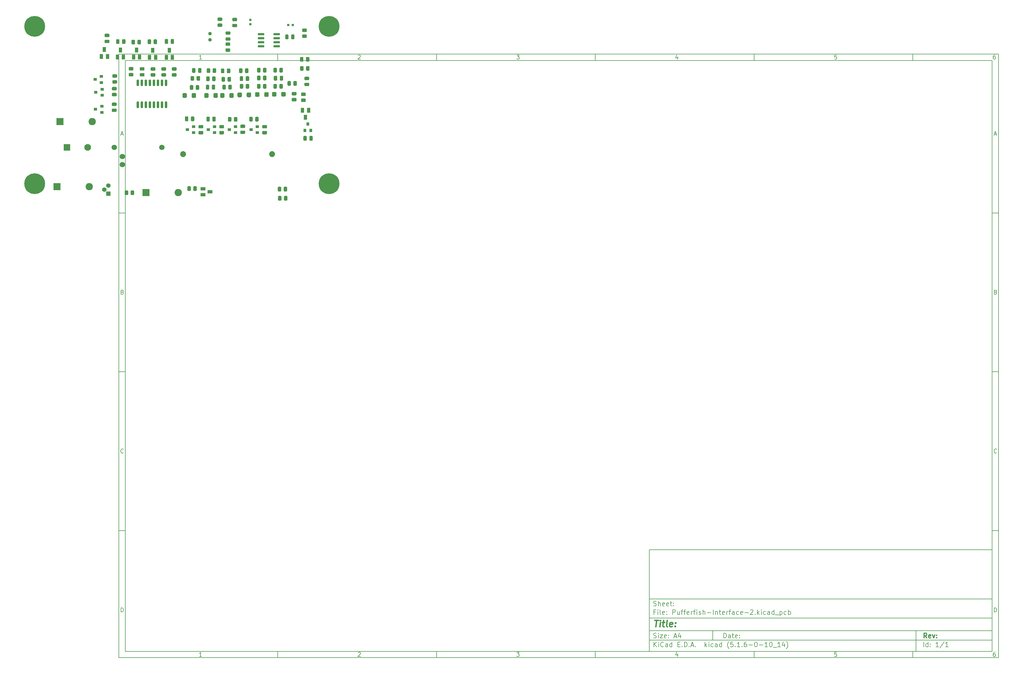
<source format=gbr>
G04 #@! TF.GenerationSoftware,KiCad,Pcbnew,(5.1.6-0-10_14)*
G04 #@! TF.CreationDate,2020-09-30T22:45:02-04:00*
G04 #@! TF.ProjectId,Pufferfish-Interface-2,50756666-6572-4666-9973-682d496e7465,rev?*
G04 #@! TF.SameCoordinates,Original*
G04 #@! TF.FileFunction,Soldermask,Top*
G04 #@! TF.FilePolarity,Negative*
%FSLAX46Y46*%
G04 Gerber Fmt 4.6, Leading zero omitted, Abs format (unit mm)*
G04 Created by KiCad (PCBNEW (5.1.6-0-10_14)) date 2020-09-30 22:45:02*
%MOMM*%
%LPD*%
G01*
G04 APERTURE LIST*
%ADD10C,0.100000*%
%ADD11C,0.150000*%
%ADD12C,0.300000*%
%ADD13C,0.400000*%
%ADD14C,1.852600*%
%ADD15C,1.700000*%
%ADD16R,0.900000X1.000000*%
%ADD17R,1.100000X1.500000*%
%ADD18C,6.553200*%
%ADD19O,2.300000X2.300000*%
%ADD20R,2.300000X2.300000*%
%ADD21R,2.100000X2.100000*%
%ADD22C,2.100000*%
%ADD23C,1.110000*%
%ADD24R,1.400000X1.400000*%
%ADD25C,1.400000*%
%ADD26R,0.700000X0.800000*%
%ADD27R,0.800000X0.700000*%
%ADD28R,1.500000X1.100000*%
%ADD29R,1.000000X0.900000*%
G04 APERTURE END LIST*
D10*
D11*
X177002200Y-166007200D02*
X177002200Y-198007200D01*
X285002200Y-198007200D01*
X285002200Y-166007200D01*
X177002200Y-166007200D01*
D10*
D11*
X10000000Y-10000000D02*
X10000000Y-200007200D01*
X287002200Y-200007200D01*
X287002200Y-10000000D01*
X10000000Y-10000000D01*
D10*
D11*
X12000000Y-12000000D02*
X12000000Y-198007200D01*
X285002200Y-198007200D01*
X285002200Y-12000000D01*
X12000000Y-12000000D01*
D10*
D11*
X60000000Y-12000000D02*
X60000000Y-10000000D01*
D10*
D11*
X110000000Y-12000000D02*
X110000000Y-10000000D01*
D10*
D11*
X160000000Y-12000000D02*
X160000000Y-10000000D01*
D10*
D11*
X210000000Y-12000000D02*
X210000000Y-10000000D01*
D10*
D11*
X260000000Y-12000000D02*
X260000000Y-10000000D01*
D10*
D11*
X36065476Y-11588095D02*
X35322619Y-11588095D01*
X35694047Y-11588095D02*
X35694047Y-10288095D01*
X35570238Y-10473809D01*
X35446428Y-10597619D01*
X35322619Y-10659523D01*
D10*
D11*
X85322619Y-10411904D02*
X85384523Y-10350000D01*
X85508333Y-10288095D01*
X85817857Y-10288095D01*
X85941666Y-10350000D01*
X86003571Y-10411904D01*
X86065476Y-10535714D01*
X86065476Y-10659523D01*
X86003571Y-10845238D01*
X85260714Y-11588095D01*
X86065476Y-11588095D01*
D10*
D11*
X135260714Y-10288095D02*
X136065476Y-10288095D01*
X135632142Y-10783333D01*
X135817857Y-10783333D01*
X135941666Y-10845238D01*
X136003571Y-10907142D01*
X136065476Y-11030952D01*
X136065476Y-11340476D01*
X136003571Y-11464285D01*
X135941666Y-11526190D01*
X135817857Y-11588095D01*
X135446428Y-11588095D01*
X135322619Y-11526190D01*
X135260714Y-11464285D01*
D10*
D11*
X185941666Y-10721428D02*
X185941666Y-11588095D01*
X185632142Y-10226190D02*
X185322619Y-11154761D01*
X186127380Y-11154761D01*
D10*
D11*
X236003571Y-10288095D02*
X235384523Y-10288095D01*
X235322619Y-10907142D01*
X235384523Y-10845238D01*
X235508333Y-10783333D01*
X235817857Y-10783333D01*
X235941666Y-10845238D01*
X236003571Y-10907142D01*
X236065476Y-11030952D01*
X236065476Y-11340476D01*
X236003571Y-11464285D01*
X235941666Y-11526190D01*
X235817857Y-11588095D01*
X235508333Y-11588095D01*
X235384523Y-11526190D01*
X235322619Y-11464285D01*
D10*
D11*
X285941666Y-10288095D02*
X285694047Y-10288095D01*
X285570238Y-10350000D01*
X285508333Y-10411904D01*
X285384523Y-10597619D01*
X285322619Y-10845238D01*
X285322619Y-11340476D01*
X285384523Y-11464285D01*
X285446428Y-11526190D01*
X285570238Y-11588095D01*
X285817857Y-11588095D01*
X285941666Y-11526190D01*
X286003571Y-11464285D01*
X286065476Y-11340476D01*
X286065476Y-11030952D01*
X286003571Y-10907142D01*
X285941666Y-10845238D01*
X285817857Y-10783333D01*
X285570238Y-10783333D01*
X285446428Y-10845238D01*
X285384523Y-10907142D01*
X285322619Y-11030952D01*
D10*
D11*
X60000000Y-198007200D02*
X60000000Y-200007200D01*
D10*
D11*
X110000000Y-198007200D02*
X110000000Y-200007200D01*
D10*
D11*
X160000000Y-198007200D02*
X160000000Y-200007200D01*
D10*
D11*
X210000000Y-198007200D02*
X210000000Y-200007200D01*
D10*
D11*
X260000000Y-198007200D02*
X260000000Y-200007200D01*
D10*
D11*
X36065476Y-199595295D02*
X35322619Y-199595295D01*
X35694047Y-199595295D02*
X35694047Y-198295295D01*
X35570238Y-198481009D01*
X35446428Y-198604819D01*
X35322619Y-198666723D01*
D10*
D11*
X85322619Y-198419104D02*
X85384523Y-198357200D01*
X85508333Y-198295295D01*
X85817857Y-198295295D01*
X85941666Y-198357200D01*
X86003571Y-198419104D01*
X86065476Y-198542914D01*
X86065476Y-198666723D01*
X86003571Y-198852438D01*
X85260714Y-199595295D01*
X86065476Y-199595295D01*
D10*
D11*
X135260714Y-198295295D02*
X136065476Y-198295295D01*
X135632142Y-198790533D01*
X135817857Y-198790533D01*
X135941666Y-198852438D01*
X136003571Y-198914342D01*
X136065476Y-199038152D01*
X136065476Y-199347676D01*
X136003571Y-199471485D01*
X135941666Y-199533390D01*
X135817857Y-199595295D01*
X135446428Y-199595295D01*
X135322619Y-199533390D01*
X135260714Y-199471485D01*
D10*
D11*
X185941666Y-198728628D02*
X185941666Y-199595295D01*
X185632142Y-198233390D02*
X185322619Y-199161961D01*
X186127380Y-199161961D01*
D10*
D11*
X236003571Y-198295295D02*
X235384523Y-198295295D01*
X235322619Y-198914342D01*
X235384523Y-198852438D01*
X235508333Y-198790533D01*
X235817857Y-198790533D01*
X235941666Y-198852438D01*
X236003571Y-198914342D01*
X236065476Y-199038152D01*
X236065476Y-199347676D01*
X236003571Y-199471485D01*
X235941666Y-199533390D01*
X235817857Y-199595295D01*
X235508333Y-199595295D01*
X235384523Y-199533390D01*
X235322619Y-199471485D01*
D10*
D11*
X285941666Y-198295295D02*
X285694047Y-198295295D01*
X285570238Y-198357200D01*
X285508333Y-198419104D01*
X285384523Y-198604819D01*
X285322619Y-198852438D01*
X285322619Y-199347676D01*
X285384523Y-199471485D01*
X285446428Y-199533390D01*
X285570238Y-199595295D01*
X285817857Y-199595295D01*
X285941666Y-199533390D01*
X286003571Y-199471485D01*
X286065476Y-199347676D01*
X286065476Y-199038152D01*
X286003571Y-198914342D01*
X285941666Y-198852438D01*
X285817857Y-198790533D01*
X285570238Y-198790533D01*
X285446428Y-198852438D01*
X285384523Y-198914342D01*
X285322619Y-199038152D01*
D10*
D11*
X10000000Y-60000000D02*
X12000000Y-60000000D01*
D10*
D11*
X10000000Y-110000000D02*
X12000000Y-110000000D01*
D10*
D11*
X10000000Y-160000000D02*
X12000000Y-160000000D01*
D10*
D11*
X10690476Y-35216666D02*
X11309523Y-35216666D01*
X10566666Y-35588095D02*
X11000000Y-34288095D01*
X11433333Y-35588095D01*
D10*
D11*
X11092857Y-84907142D02*
X11278571Y-84969047D01*
X11340476Y-85030952D01*
X11402380Y-85154761D01*
X11402380Y-85340476D01*
X11340476Y-85464285D01*
X11278571Y-85526190D01*
X11154761Y-85588095D01*
X10659523Y-85588095D01*
X10659523Y-84288095D01*
X11092857Y-84288095D01*
X11216666Y-84350000D01*
X11278571Y-84411904D01*
X11340476Y-84535714D01*
X11340476Y-84659523D01*
X11278571Y-84783333D01*
X11216666Y-84845238D01*
X11092857Y-84907142D01*
X10659523Y-84907142D01*
D10*
D11*
X11402380Y-135464285D02*
X11340476Y-135526190D01*
X11154761Y-135588095D01*
X11030952Y-135588095D01*
X10845238Y-135526190D01*
X10721428Y-135402380D01*
X10659523Y-135278571D01*
X10597619Y-135030952D01*
X10597619Y-134845238D01*
X10659523Y-134597619D01*
X10721428Y-134473809D01*
X10845238Y-134350000D01*
X11030952Y-134288095D01*
X11154761Y-134288095D01*
X11340476Y-134350000D01*
X11402380Y-134411904D01*
D10*
D11*
X10659523Y-185588095D02*
X10659523Y-184288095D01*
X10969047Y-184288095D01*
X11154761Y-184350000D01*
X11278571Y-184473809D01*
X11340476Y-184597619D01*
X11402380Y-184845238D01*
X11402380Y-185030952D01*
X11340476Y-185278571D01*
X11278571Y-185402380D01*
X11154761Y-185526190D01*
X10969047Y-185588095D01*
X10659523Y-185588095D01*
D10*
D11*
X287002200Y-60000000D02*
X285002200Y-60000000D01*
D10*
D11*
X287002200Y-110000000D02*
X285002200Y-110000000D01*
D10*
D11*
X287002200Y-160000000D02*
X285002200Y-160000000D01*
D10*
D11*
X285692676Y-35216666D02*
X286311723Y-35216666D01*
X285568866Y-35588095D02*
X286002200Y-34288095D01*
X286435533Y-35588095D01*
D10*
D11*
X286095057Y-84907142D02*
X286280771Y-84969047D01*
X286342676Y-85030952D01*
X286404580Y-85154761D01*
X286404580Y-85340476D01*
X286342676Y-85464285D01*
X286280771Y-85526190D01*
X286156961Y-85588095D01*
X285661723Y-85588095D01*
X285661723Y-84288095D01*
X286095057Y-84288095D01*
X286218866Y-84350000D01*
X286280771Y-84411904D01*
X286342676Y-84535714D01*
X286342676Y-84659523D01*
X286280771Y-84783333D01*
X286218866Y-84845238D01*
X286095057Y-84907142D01*
X285661723Y-84907142D01*
D10*
D11*
X286404580Y-135464285D02*
X286342676Y-135526190D01*
X286156961Y-135588095D01*
X286033152Y-135588095D01*
X285847438Y-135526190D01*
X285723628Y-135402380D01*
X285661723Y-135278571D01*
X285599819Y-135030952D01*
X285599819Y-134845238D01*
X285661723Y-134597619D01*
X285723628Y-134473809D01*
X285847438Y-134350000D01*
X286033152Y-134288095D01*
X286156961Y-134288095D01*
X286342676Y-134350000D01*
X286404580Y-134411904D01*
D10*
D11*
X285661723Y-185588095D02*
X285661723Y-184288095D01*
X285971247Y-184288095D01*
X286156961Y-184350000D01*
X286280771Y-184473809D01*
X286342676Y-184597619D01*
X286404580Y-184845238D01*
X286404580Y-185030952D01*
X286342676Y-185278571D01*
X286280771Y-185402380D01*
X286156961Y-185526190D01*
X285971247Y-185588095D01*
X285661723Y-185588095D01*
D10*
D11*
X200434342Y-193785771D02*
X200434342Y-192285771D01*
X200791485Y-192285771D01*
X201005771Y-192357200D01*
X201148628Y-192500057D01*
X201220057Y-192642914D01*
X201291485Y-192928628D01*
X201291485Y-193142914D01*
X201220057Y-193428628D01*
X201148628Y-193571485D01*
X201005771Y-193714342D01*
X200791485Y-193785771D01*
X200434342Y-193785771D01*
X202577200Y-193785771D02*
X202577200Y-193000057D01*
X202505771Y-192857200D01*
X202362914Y-192785771D01*
X202077200Y-192785771D01*
X201934342Y-192857200D01*
X202577200Y-193714342D02*
X202434342Y-193785771D01*
X202077200Y-193785771D01*
X201934342Y-193714342D01*
X201862914Y-193571485D01*
X201862914Y-193428628D01*
X201934342Y-193285771D01*
X202077200Y-193214342D01*
X202434342Y-193214342D01*
X202577200Y-193142914D01*
X203077200Y-192785771D02*
X203648628Y-192785771D01*
X203291485Y-192285771D02*
X203291485Y-193571485D01*
X203362914Y-193714342D01*
X203505771Y-193785771D01*
X203648628Y-193785771D01*
X204720057Y-193714342D02*
X204577200Y-193785771D01*
X204291485Y-193785771D01*
X204148628Y-193714342D01*
X204077200Y-193571485D01*
X204077200Y-193000057D01*
X204148628Y-192857200D01*
X204291485Y-192785771D01*
X204577200Y-192785771D01*
X204720057Y-192857200D01*
X204791485Y-193000057D01*
X204791485Y-193142914D01*
X204077200Y-193285771D01*
X205434342Y-193642914D02*
X205505771Y-193714342D01*
X205434342Y-193785771D01*
X205362914Y-193714342D01*
X205434342Y-193642914D01*
X205434342Y-193785771D01*
X205434342Y-192857200D02*
X205505771Y-192928628D01*
X205434342Y-193000057D01*
X205362914Y-192928628D01*
X205434342Y-192857200D01*
X205434342Y-193000057D01*
D10*
D11*
X177002200Y-194507200D02*
X285002200Y-194507200D01*
D10*
D11*
X178434342Y-196585771D02*
X178434342Y-195085771D01*
X179291485Y-196585771D02*
X178648628Y-195728628D01*
X179291485Y-195085771D02*
X178434342Y-195942914D01*
X179934342Y-196585771D02*
X179934342Y-195585771D01*
X179934342Y-195085771D02*
X179862914Y-195157200D01*
X179934342Y-195228628D01*
X180005771Y-195157200D01*
X179934342Y-195085771D01*
X179934342Y-195228628D01*
X181505771Y-196442914D02*
X181434342Y-196514342D01*
X181220057Y-196585771D01*
X181077200Y-196585771D01*
X180862914Y-196514342D01*
X180720057Y-196371485D01*
X180648628Y-196228628D01*
X180577200Y-195942914D01*
X180577200Y-195728628D01*
X180648628Y-195442914D01*
X180720057Y-195300057D01*
X180862914Y-195157200D01*
X181077200Y-195085771D01*
X181220057Y-195085771D01*
X181434342Y-195157200D01*
X181505771Y-195228628D01*
X182791485Y-196585771D02*
X182791485Y-195800057D01*
X182720057Y-195657200D01*
X182577200Y-195585771D01*
X182291485Y-195585771D01*
X182148628Y-195657200D01*
X182791485Y-196514342D02*
X182648628Y-196585771D01*
X182291485Y-196585771D01*
X182148628Y-196514342D01*
X182077200Y-196371485D01*
X182077200Y-196228628D01*
X182148628Y-196085771D01*
X182291485Y-196014342D01*
X182648628Y-196014342D01*
X182791485Y-195942914D01*
X184148628Y-196585771D02*
X184148628Y-195085771D01*
X184148628Y-196514342D02*
X184005771Y-196585771D01*
X183720057Y-196585771D01*
X183577200Y-196514342D01*
X183505771Y-196442914D01*
X183434342Y-196300057D01*
X183434342Y-195871485D01*
X183505771Y-195728628D01*
X183577200Y-195657200D01*
X183720057Y-195585771D01*
X184005771Y-195585771D01*
X184148628Y-195657200D01*
X186005771Y-195800057D02*
X186505771Y-195800057D01*
X186720057Y-196585771D02*
X186005771Y-196585771D01*
X186005771Y-195085771D01*
X186720057Y-195085771D01*
X187362914Y-196442914D02*
X187434342Y-196514342D01*
X187362914Y-196585771D01*
X187291485Y-196514342D01*
X187362914Y-196442914D01*
X187362914Y-196585771D01*
X188077200Y-196585771D02*
X188077200Y-195085771D01*
X188434342Y-195085771D01*
X188648628Y-195157200D01*
X188791485Y-195300057D01*
X188862914Y-195442914D01*
X188934342Y-195728628D01*
X188934342Y-195942914D01*
X188862914Y-196228628D01*
X188791485Y-196371485D01*
X188648628Y-196514342D01*
X188434342Y-196585771D01*
X188077200Y-196585771D01*
X189577200Y-196442914D02*
X189648628Y-196514342D01*
X189577200Y-196585771D01*
X189505771Y-196514342D01*
X189577200Y-196442914D01*
X189577200Y-196585771D01*
X190220057Y-196157200D02*
X190934342Y-196157200D01*
X190077200Y-196585771D02*
X190577200Y-195085771D01*
X191077200Y-196585771D01*
X191577200Y-196442914D02*
X191648628Y-196514342D01*
X191577200Y-196585771D01*
X191505771Y-196514342D01*
X191577200Y-196442914D01*
X191577200Y-196585771D01*
X194577200Y-196585771D02*
X194577200Y-195085771D01*
X194720057Y-196014342D02*
X195148628Y-196585771D01*
X195148628Y-195585771D02*
X194577200Y-196157200D01*
X195791485Y-196585771D02*
X195791485Y-195585771D01*
X195791485Y-195085771D02*
X195720057Y-195157200D01*
X195791485Y-195228628D01*
X195862914Y-195157200D01*
X195791485Y-195085771D01*
X195791485Y-195228628D01*
X197148628Y-196514342D02*
X197005771Y-196585771D01*
X196720057Y-196585771D01*
X196577200Y-196514342D01*
X196505771Y-196442914D01*
X196434342Y-196300057D01*
X196434342Y-195871485D01*
X196505771Y-195728628D01*
X196577200Y-195657200D01*
X196720057Y-195585771D01*
X197005771Y-195585771D01*
X197148628Y-195657200D01*
X198434342Y-196585771D02*
X198434342Y-195800057D01*
X198362914Y-195657200D01*
X198220057Y-195585771D01*
X197934342Y-195585771D01*
X197791485Y-195657200D01*
X198434342Y-196514342D02*
X198291485Y-196585771D01*
X197934342Y-196585771D01*
X197791485Y-196514342D01*
X197720057Y-196371485D01*
X197720057Y-196228628D01*
X197791485Y-196085771D01*
X197934342Y-196014342D01*
X198291485Y-196014342D01*
X198434342Y-195942914D01*
X199791485Y-196585771D02*
X199791485Y-195085771D01*
X199791485Y-196514342D02*
X199648628Y-196585771D01*
X199362914Y-196585771D01*
X199220057Y-196514342D01*
X199148628Y-196442914D01*
X199077200Y-196300057D01*
X199077200Y-195871485D01*
X199148628Y-195728628D01*
X199220057Y-195657200D01*
X199362914Y-195585771D01*
X199648628Y-195585771D01*
X199791485Y-195657200D01*
X202077200Y-197157200D02*
X202005771Y-197085771D01*
X201862914Y-196871485D01*
X201791485Y-196728628D01*
X201720057Y-196514342D01*
X201648628Y-196157200D01*
X201648628Y-195871485D01*
X201720057Y-195514342D01*
X201791485Y-195300057D01*
X201862914Y-195157200D01*
X202005771Y-194942914D01*
X202077200Y-194871485D01*
X203362914Y-195085771D02*
X202648628Y-195085771D01*
X202577200Y-195800057D01*
X202648628Y-195728628D01*
X202791485Y-195657200D01*
X203148628Y-195657200D01*
X203291485Y-195728628D01*
X203362914Y-195800057D01*
X203434342Y-195942914D01*
X203434342Y-196300057D01*
X203362914Y-196442914D01*
X203291485Y-196514342D01*
X203148628Y-196585771D01*
X202791485Y-196585771D01*
X202648628Y-196514342D01*
X202577200Y-196442914D01*
X204077200Y-196442914D02*
X204148628Y-196514342D01*
X204077200Y-196585771D01*
X204005771Y-196514342D01*
X204077200Y-196442914D01*
X204077200Y-196585771D01*
X205577200Y-196585771D02*
X204720057Y-196585771D01*
X205148628Y-196585771D02*
X205148628Y-195085771D01*
X205005771Y-195300057D01*
X204862914Y-195442914D01*
X204720057Y-195514342D01*
X206220057Y-196442914D02*
X206291485Y-196514342D01*
X206220057Y-196585771D01*
X206148628Y-196514342D01*
X206220057Y-196442914D01*
X206220057Y-196585771D01*
X207577200Y-195085771D02*
X207291485Y-195085771D01*
X207148628Y-195157200D01*
X207077200Y-195228628D01*
X206934342Y-195442914D01*
X206862914Y-195728628D01*
X206862914Y-196300057D01*
X206934342Y-196442914D01*
X207005771Y-196514342D01*
X207148628Y-196585771D01*
X207434342Y-196585771D01*
X207577200Y-196514342D01*
X207648628Y-196442914D01*
X207720057Y-196300057D01*
X207720057Y-195942914D01*
X207648628Y-195800057D01*
X207577200Y-195728628D01*
X207434342Y-195657200D01*
X207148628Y-195657200D01*
X207005771Y-195728628D01*
X206934342Y-195800057D01*
X206862914Y-195942914D01*
X208362914Y-196014342D02*
X209505771Y-196014342D01*
X210505771Y-195085771D02*
X210648628Y-195085771D01*
X210791485Y-195157200D01*
X210862914Y-195228628D01*
X210934342Y-195371485D01*
X211005771Y-195657200D01*
X211005771Y-196014342D01*
X210934342Y-196300057D01*
X210862914Y-196442914D01*
X210791485Y-196514342D01*
X210648628Y-196585771D01*
X210505771Y-196585771D01*
X210362914Y-196514342D01*
X210291485Y-196442914D01*
X210220057Y-196300057D01*
X210148628Y-196014342D01*
X210148628Y-195657200D01*
X210220057Y-195371485D01*
X210291485Y-195228628D01*
X210362914Y-195157200D01*
X210505771Y-195085771D01*
X211648628Y-196014342D02*
X212791485Y-196014342D01*
X214291485Y-196585771D02*
X213434342Y-196585771D01*
X213862914Y-196585771D02*
X213862914Y-195085771D01*
X213720057Y-195300057D01*
X213577200Y-195442914D01*
X213434342Y-195514342D01*
X215220057Y-195085771D02*
X215362914Y-195085771D01*
X215505771Y-195157200D01*
X215577200Y-195228628D01*
X215648628Y-195371485D01*
X215720057Y-195657200D01*
X215720057Y-196014342D01*
X215648628Y-196300057D01*
X215577200Y-196442914D01*
X215505771Y-196514342D01*
X215362914Y-196585771D01*
X215220057Y-196585771D01*
X215077200Y-196514342D01*
X215005771Y-196442914D01*
X214934342Y-196300057D01*
X214862914Y-196014342D01*
X214862914Y-195657200D01*
X214934342Y-195371485D01*
X215005771Y-195228628D01*
X215077200Y-195157200D01*
X215220057Y-195085771D01*
X216005771Y-196728628D02*
X217148628Y-196728628D01*
X218291485Y-196585771D02*
X217434342Y-196585771D01*
X217862914Y-196585771D02*
X217862914Y-195085771D01*
X217720057Y-195300057D01*
X217577200Y-195442914D01*
X217434342Y-195514342D01*
X219577200Y-195585771D02*
X219577200Y-196585771D01*
X219220057Y-195014342D02*
X218862914Y-196085771D01*
X219791485Y-196085771D01*
X220220057Y-197157200D02*
X220291485Y-197085771D01*
X220434342Y-196871485D01*
X220505771Y-196728628D01*
X220577200Y-196514342D01*
X220648628Y-196157200D01*
X220648628Y-195871485D01*
X220577200Y-195514342D01*
X220505771Y-195300057D01*
X220434342Y-195157200D01*
X220291485Y-194942914D01*
X220220057Y-194871485D01*
D10*
D11*
X177002200Y-191507200D02*
X285002200Y-191507200D01*
D10*
D12*
X264411485Y-193785771D02*
X263911485Y-193071485D01*
X263554342Y-193785771D02*
X263554342Y-192285771D01*
X264125771Y-192285771D01*
X264268628Y-192357200D01*
X264340057Y-192428628D01*
X264411485Y-192571485D01*
X264411485Y-192785771D01*
X264340057Y-192928628D01*
X264268628Y-193000057D01*
X264125771Y-193071485D01*
X263554342Y-193071485D01*
X265625771Y-193714342D02*
X265482914Y-193785771D01*
X265197200Y-193785771D01*
X265054342Y-193714342D01*
X264982914Y-193571485D01*
X264982914Y-193000057D01*
X265054342Y-192857200D01*
X265197200Y-192785771D01*
X265482914Y-192785771D01*
X265625771Y-192857200D01*
X265697200Y-193000057D01*
X265697200Y-193142914D01*
X264982914Y-193285771D01*
X266197200Y-192785771D02*
X266554342Y-193785771D01*
X266911485Y-192785771D01*
X267482914Y-193642914D02*
X267554342Y-193714342D01*
X267482914Y-193785771D01*
X267411485Y-193714342D01*
X267482914Y-193642914D01*
X267482914Y-193785771D01*
X267482914Y-192857200D02*
X267554342Y-192928628D01*
X267482914Y-193000057D01*
X267411485Y-192928628D01*
X267482914Y-192857200D01*
X267482914Y-193000057D01*
D10*
D11*
X178362914Y-193714342D02*
X178577200Y-193785771D01*
X178934342Y-193785771D01*
X179077200Y-193714342D01*
X179148628Y-193642914D01*
X179220057Y-193500057D01*
X179220057Y-193357200D01*
X179148628Y-193214342D01*
X179077200Y-193142914D01*
X178934342Y-193071485D01*
X178648628Y-193000057D01*
X178505771Y-192928628D01*
X178434342Y-192857200D01*
X178362914Y-192714342D01*
X178362914Y-192571485D01*
X178434342Y-192428628D01*
X178505771Y-192357200D01*
X178648628Y-192285771D01*
X179005771Y-192285771D01*
X179220057Y-192357200D01*
X179862914Y-193785771D02*
X179862914Y-192785771D01*
X179862914Y-192285771D02*
X179791485Y-192357200D01*
X179862914Y-192428628D01*
X179934342Y-192357200D01*
X179862914Y-192285771D01*
X179862914Y-192428628D01*
X180434342Y-192785771D02*
X181220057Y-192785771D01*
X180434342Y-193785771D01*
X181220057Y-193785771D01*
X182362914Y-193714342D02*
X182220057Y-193785771D01*
X181934342Y-193785771D01*
X181791485Y-193714342D01*
X181720057Y-193571485D01*
X181720057Y-193000057D01*
X181791485Y-192857200D01*
X181934342Y-192785771D01*
X182220057Y-192785771D01*
X182362914Y-192857200D01*
X182434342Y-193000057D01*
X182434342Y-193142914D01*
X181720057Y-193285771D01*
X183077200Y-193642914D02*
X183148628Y-193714342D01*
X183077200Y-193785771D01*
X183005771Y-193714342D01*
X183077200Y-193642914D01*
X183077200Y-193785771D01*
X183077200Y-192857200D02*
X183148628Y-192928628D01*
X183077200Y-193000057D01*
X183005771Y-192928628D01*
X183077200Y-192857200D01*
X183077200Y-193000057D01*
X184862914Y-193357200D02*
X185577200Y-193357200D01*
X184720057Y-193785771D02*
X185220057Y-192285771D01*
X185720057Y-193785771D01*
X186862914Y-192785771D02*
X186862914Y-193785771D01*
X186505771Y-192214342D02*
X186148628Y-193285771D01*
X187077200Y-193285771D01*
D10*
D11*
X263434342Y-196585771D02*
X263434342Y-195085771D01*
X264791485Y-196585771D02*
X264791485Y-195085771D01*
X264791485Y-196514342D02*
X264648628Y-196585771D01*
X264362914Y-196585771D01*
X264220057Y-196514342D01*
X264148628Y-196442914D01*
X264077200Y-196300057D01*
X264077200Y-195871485D01*
X264148628Y-195728628D01*
X264220057Y-195657200D01*
X264362914Y-195585771D01*
X264648628Y-195585771D01*
X264791485Y-195657200D01*
X265505771Y-196442914D02*
X265577200Y-196514342D01*
X265505771Y-196585771D01*
X265434342Y-196514342D01*
X265505771Y-196442914D01*
X265505771Y-196585771D01*
X265505771Y-195657200D02*
X265577200Y-195728628D01*
X265505771Y-195800057D01*
X265434342Y-195728628D01*
X265505771Y-195657200D01*
X265505771Y-195800057D01*
X268148628Y-196585771D02*
X267291485Y-196585771D01*
X267720057Y-196585771D02*
X267720057Y-195085771D01*
X267577200Y-195300057D01*
X267434342Y-195442914D01*
X267291485Y-195514342D01*
X269862914Y-195014342D02*
X268577200Y-196942914D01*
X271148628Y-196585771D02*
X270291485Y-196585771D01*
X270720057Y-196585771D02*
X270720057Y-195085771D01*
X270577200Y-195300057D01*
X270434342Y-195442914D01*
X270291485Y-195514342D01*
D10*
D11*
X177002200Y-187507200D02*
X285002200Y-187507200D01*
D10*
D13*
X178714580Y-188211961D02*
X179857438Y-188211961D01*
X179036009Y-190211961D02*
X179286009Y-188211961D01*
X180274104Y-190211961D02*
X180440771Y-188878628D01*
X180524104Y-188211961D02*
X180416961Y-188307200D01*
X180500295Y-188402438D01*
X180607438Y-188307200D01*
X180524104Y-188211961D01*
X180500295Y-188402438D01*
X181107438Y-188878628D02*
X181869342Y-188878628D01*
X181476485Y-188211961D02*
X181262200Y-189926247D01*
X181333628Y-190116723D01*
X181512200Y-190211961D01*
X181702676Y-190211961D01*
X182655057Y-190211961D02*
X182476485Y-190116723D01*
X182405057Y-189926247D01*
X182619342Y-188211961D01*
X184190771Y-190116723D02*
X183988390Y-190211961D01*
X183607438Y-190211961D01*
X183428866Y-190116723D01*
X183357438Y-189926247D01*
X183452676Y-189164342D01*
X183571723Y-188973866D01*
X183774104Y-188878628D01*
X184155057Y-188878628D01*
X184333628Y-188973866D01*
X184405057Y-189164342D01*
X184381247Y-189354819D01*
X183405057Y-189545295D01*
X185155057Y-190021485D02*
X185238390Y-190116723D01*
X185131247Y-190211961D01*
X185047914Y-190116723D01*
X185155057Y-190021485D01*
X185131247Y-190211961D01*
X185286009Y-188973866D02*
X185369342Y-189069104D01*
X185262200Y-189164342D01*
X185178866Y-189069104D01*
X185286009Y-188973866D01*
X185262200Y-189164342D01*
D10*
D11*
X178934342Y-185600057D02*
X178434342Y-185600057D01*
X178434342Y-186385771D02*
X178434342Y-184885771D01*
X179148628Y-184885771D01*
X179720057Y-186385771D02*
X179720057Y-185385771D01*
X179720057Y-184885771D02*
X179648628Y-184957200D01*
X179720057Y-185028628D01*
X179791485Y-184957200D01*
X179720057Y-184885771D01*
X179720057Y-185028628D01*
X180648628Y-186385771D02*
X180505771Y-186314342D01*
X180434342Y-186171485D01*
X180434342Y-184885771D01*
X181791485Y-186314342D02*
X181648628Y-186385771D01*
X181362914Y-186385771D01*
X181220057Y-186314342D01*
X181148628Y-186171485D01*
X181148628Y-185600057D01*
X181220057Y-185457200D01*
X181362914Y-185385771D01*
X181648628Y-185385771D01*
X181791485Y-185457200D01*
X181862914Y-185600057D01*
X181862914Y-185742914D01*
X181148628Y-185885771D01*
X182505771Y-186242914D02*
X182577200Y-186314342D01*
X182505771Y-186385771D01*
X182434342Y-186314342D01*
X182505771Y-186242914D01*
X182505771Y-186385771D01*
X182505771Y-185457200D02*
X182577200Y-185528628D01*
X182505771Y-185600057D01*
X182434342Y-185528628D01*
X182505771Y-185457200D01*
X182505771Y-185600057D01*
X184362914Y-186385771D02*
X184362914Y-184885771D01*
X184934342Y-184885771D01*
X185077200Y-184957200D01*
X185148628Y-185028628D01*
X185220057Y-185171485D01*
X185220057Y-185385771D01*
X185148628Y-185528628D01*
X185077200Y-185600057D01*
X184934342Y-185671485D01*
X184362914Y-185671485D01*
X186505771Y-185385771D02*
X186505771Y-186385771D01*
X185862914Y-185385771D02*
X185862914Y-186171485D01*
X185934342Y-186314342D01*
X186077200Y-186385771D01*
X186291485Y-186385771D01*
X186434342Y-186314342D01*
X186505771Y-186242914D01*
X187005771Y-185385771D02*
X187577200Y-185385771D01*
X187220057Y-186385771D02*
X187220057Y-185100057D01*
X187291485Y-184957200D01*
X187434342Y-184885771D01*
X187577200Y-184885771D01*
X187862914Y-185385771D02*
X188434342Y-185385771D01*
X188077200Y-186385771D02*
X188077200Y-185100057D01*
X188148628Y-184957200D01*
X188291485Y-184885771D01*
X188434342Y-184885771D01*
X189505771Y-186314342D02*
X189362914Y-186385771D01*
X189077200Y-186385771D01*
X188934342Y-186314342D01*
X188862914Y-186171485D01*
X188862914Y-185600057D01*
X188934342Y-185457200D01*
X189077200Y-185385771D01*
X189362914Y-185385771D01*
X189505771Y-185457200D01*
X189577200Y-185600057D01*
X189577200Y-185742914D01*
X188862914Y-185885771D01*
X190220057Y-186385771D02*
X190220057Y-185385771D01*
X190220057Y-185671485D02*
X190291485Y-185528628D01*
X190362914Y-185457200D01*
X190505771Y-185385771D01*
X190648628Y-185385771D01*
X190934342Y-185385771D02*
X191505771Y-185385771D01*
X191148628Y-186385771D02*
X191148628Y-185100057D01*
X191220057Y-184957200D01*
X191362914Y-184885771D01*
X191505771Y-184885771D01*
X192005771Y-186385771D02*
X192005771Y-185385771D01*
X192005771Y-184885771D02*
X191934342Y-184957200D01*
X192005771Y-185028628D01*
X192077200Y-184957200D01*
X192005771Y-184885771D01*
X192005771Y-185028628D01*
X192648628Y-186314342D02*
X192791485Y-186385771D01*
X193077200Y-186385771D01*
X193220057Y-186314342D01*
X193291485Y-186171485D01*
X193291485Y-186100057D01*
X193220057Y-185957200D01*
X193077200Y-185885771D01*
X192862914Y-185885771D01*
X192720057Y-185814342D01*
X192648628Y-185671485D01*
X192648628Y-185600057D01*
X192720057Y-185457200D01*
X192862914Y-185385771D01*
X193077200Y-185385771D01*
X193220057Y-185457200D01*
X193934342Y-186385771D02*
X193934342Y-184885771D01*
X194577200Y-186385771D02*
X194577200Y-185600057D01*
X194505771Y-185457200D01*
X194362914Y-185385771D01*
X194148628Y-185385771D01*
X194005771Y-185457200D01*
X193934342Y-185528628D01*
X195291485Y-185814342D02*
X196434342Y-185814342D01*
X197148628Y-186385771D02*
X197148628Y-184885771D01*
X197862914Y-185385771D02*
X197862914Y-186385771D01*
X197862914Y-185528628D02*
X197934342Y-185457200D01*
X198077200Y-185385771D01*
X198291485Y-185385771D01*
X198434342Y-185457200D01*
X198505771Y-185600057D01*
X198505771Y-186385771D01*
X199005771Y-185385771D02*
X199577200Y-185385771D01*
X199220057Y-184885771D02*
X199220057Y-186171485D01*
X199291485Y-186314342D01*
X199434342Y-186385771D01*
X199577200Y-186385771D01*
X200648628Y-186314342D02*
X200505771Y-186385771D01*
X200220057Y-186385771D01*
X200077200Y-186314342D01*
X200005771Y-186171485D01*
X200005771Y-185600057D01*
X200077200Y-185457200D01*
X200220057Y-185385771D01*
X200505771Y-185385771D01*
X200648628Y-185457200D01*
X200720057Y-185600057D01*
X200720057Y-185742914D01*
X200005771Y-185885771D01*
X201362914Y-186385771D02*
X201362914Y-185385771D01*
X201362914Y-185671485D02*
X201434342Y-185528628D01*
X201505771Y-185457200D01*
X201648628Y-185385771D01*
X201791485Y-185385771D01*
X202077200Y-185385771D02*
X202648628Y-185385771D01*
X202291485Y-186385771D02*
X202291485Y-185100057D01*
X202362914Y-184957200D01*
X202505771Y-184885771D01*
X202648628Y-184885771D01*
X203791485Y-186385771D02*
X203791485Y-185600057D01*
X203720057Y-185457200D01*
X203577200Y-185385771D01*
X203291485Y-185385771D01*
X203148628Y-185457200D01*
X203791485Y-186314342D02*
X203648628Y-186385771D01*
X203291485Y-186385771D01*
X203148628Y-186314342D01*
X203077200Y-186171485D01*
X203077200Y-186028628D01*
X203148628Y-185885771D01*
X203291485Y-185814342D01*
X203648628Y-185814342D01*
X203791485Y-185742914D01*
X205148628Y-186314342D02*
X205005771Y-186385771D01*
X204720057Y-186385771D01*
X204577200Y-186314342D01*
X204505771Y-186242914D01*
X204434342Y-186100057D01*
X204434342Y-185671485D01*
X204505771Y-185528628D01*
X204577200Y-185457200D01*
X204720057Y-185385771D01*
X205005771Y-185385771D01*
X205148628Y-185457200D01*
X206362914Y-186314342D02*
X206220057Y-186385771D01*
X205934342Y-186385771D01*
X205791485Y-186314342D01*
X205720057Y-186171485D01*
X205720057Y-185600057D01*
X205791485Y-185457200D01*
X205934342Y-185385771D01*
X206220057Y-185385771D01*
X206362914Y-185457200D01*
X206434342Y-185600057D01*
X206434342Y-185742914D01*
X205720057Y-185885771D01*
X207077200Y-185814342D02*
X208220057Y-185814342D01*
X208862914Y-185028628D02*
X208934342Y-184957200D01*
X209077200Y-184885771D01*
X209434342Y-184885771D01*
X209577200Y-184957200D01*
X209648628Y-185028628D01*
X209720057Y-185171485D01*
X209720057Y-185314342D01*
X209648628Y-185528628D01*
X208791485Y-186385771D01*
X209720057Y-186385771D01*
X210362914Y-186242914D02*
X210434342Y-186314342D01*
X210362914Y-186385771D01*
X210291485Y-186314342D01*
X210362914Y-186242914D01*
X210362914Y-186385771D01*
X211077200Y-186385771D02*
X211077200Y-184885771D01*
X211220057Y-185814342D02*
X211648628Y-186385771D01*
X211648628Y-185385771D02*
X211077200Y-185957200D01*
X212291485Y-186385771D02*
X212291485Y-185385771D01*
X212291485Y-184885771D02*
X212220057Y-184957200D01*
X212291485Y-185028628D01*
X212362914Y-184957200D01*
X212291485Y-184885771D01*
X212291485Y-185028628D01*
X213648628Y-186314342D02*
X213505771Y-186385771D01*
X213220057Y-186385771D01*
X213077200Y-186314342D01*
X213005771Y-186242914D01*
X212934342Y-186100057D01*
X212934342Y-185671485D01*
X213005771Y-185528628D01*
X213077200Y-185457200D01*
X213220057Y-185385771D01*
X213505771Y-185385771D01*
X213648628Y-185457200D01*
X214934342Y-186385771D02*
X214934342Y-185600057D01*
X214862914Y-185457200D01*
X214720057Y-185385771D01*
X214434342Y-185385771D01*
X214291485Y-185457200D01*
X214934342Y-186314342D02*
X214791485Y-186385771D01*
X214434342Y-186385771D01*
X214291485Y-186314342D01*
X214220057Y-186171485D01*
X214220057Y-186028628D01*
X214291485Y-185885771D01*
X214434342Y-185814342D01*
X214791485Y-185814342D01*
X214934342Y-185742914D01*
X216291485Y-186385771D02*
X216291485Y-184885771D01*
X216291485Y-186314342D02*
X216148628Y-186385771D01*
X215862914Y-186385771D01*
X215720057Y-186314342D01*
X215648628Y-186242914D01*
X215577200Y-186100057D01*
X215577200Y-185671485D01*
X215648628Y-185528628D01*
X215720057Y-185457200D01*
X215862914Y-185385771D01*
X216148628Y-185385771D01*
X216291485Y-185457200D01*
X216648628Y-186528628D02*
X217791485Y-186528628D01*
X218148628Y-185385771D02*
X218148628Y-186885771D01*
X218148628Y-185457200D02*
X218291485Y-185385771D01*
X218577200Y-185385771D01*
X218720057Y-185457200D01*
X218791485Y-185528628D01*
X218862914Y-185671485D01*
X218862914Y-186100057D01*
X218791485Y-186242914D01*
X218720057Y-186314342D01*
X218577200Y-186385771D01*
X218291485Y-186385771D01*
X218148628Y-186314342D01*
X220148628Y-186314342D02*
X220005771Y-186385771D01*
X219720057Y-186385771D01*
X219577200Y-186314342D01*
X219505771Y-186242914D01*
X219434342Y-186100057D01*
X219434342Y-185671485D01*
X219505771Y-185528628D01*
X219577200Y-185457200D01*
X219720057Y-185385771D01*
X220005771Y-185385771D01*
X220148628Y-185457200D01*
X220791485Y-186385771D02*
X220791485Y-184885771D01*
X220791485Y-185457200D02*
X220934342Y-185385771D01*
X221220057Y-185385771D01*
X221362914Y-185457200D01*
X221434342Y-185528628D01*
X221505771Y-185671485D01*
X221505771Y-186100057D01*
X221434342Y-186242914D01*
X221362914Y-186314342D01*
X221220057Y-186385771D01*
X220934342Y-186385771D01*
X220791485Y-186314342D01*
D10*
D11*
X177002200Y-181507200D02*
X285002200Y-181507200D01*
D10*
D11*
X178362914Y-183614342D02*
X178577200Y-183685771D01*
X178934342Y-183685771D01*
X179077200Y-183614342D01*
X179148628Y-183542914D01*
X179220057Y-183400057D01*
X179220057Y-183257200D01*
X179148628Y-183114342D01*
X179077200Y-183042914D01*
X178934342Y-182971485D01*
X178648628Y-182900057D01*
X178505771Y-182828628D01*
X178434342Y-182757200D01*
X178362914Y-182614342D01*
X178362914Y-182471485D01*
X178434342Y-182328628D01*
X178505771Y-182257200D01*
X178648628Y-182185771D01*
X179005771Y-182185771D01*
X179220057Y-182257200D01*
X179862914Y-183685771D02*
X179862914Y-182185771D01*
X180505771Y-183685771D02*
X180505771Y-182900057D01*
X180434342Y-182757200D01*
X180291485Y-182685771D01*
X180077200Y-182685771D01*
X179934342Y-182757200D01*
X179862914Y-182828628D01*
X181791485Y-183614342D02*
X181648628Y-183685771D01*
X181362914Y-183685771D01*
X181220057Y-183614342D01*
X181148628Y-183471485D01*
X181148628Y-182900057D01*
X181220057Y-182757200D01*
X181362914Y-182685771D01*
X181648628Y-182685771D01*
X181791485Y-182757200D01*
X181862914Y-182900057D01*
X181862914Y-183042914D01*
X181148628Y-183185771D01*
X183077200Y-183614342D02*
X182934342Y-183685771D01*
X182648628Y-183685771D01*
X182505771Y-183614342D01*
X182434342Y-183471485D01*
X182434342Y-182900057D01*
X182505771Y-182757200D01*
X182648628Y-182685771D01*
X182934342Y-182685771D01*
X183077200Y-182757200D01*
X183148628Y-182900057D01*
X183148628Y-183042914D01*
X182434342Y-183185771D01*
X183577200Y-182685771D02*
X184148628Y-182685771D01*
X183791485Y-182185771D02*
X183791485Y-183471485D01*
X183862914Y-183614342D01*
X184005771Y-183685771D01*
X184148628Y-183685771D01*
X184648628Y-183542914D02*
X184720057Y-183614342D01*
X184648628Y-183685771D01*
X184577200Y-183614342D01*
X184648628Y-183542914D01*
X184648628Y-183685771D01*
X184648628Y-182757200D02*
X184720057Y-182828628D01*
X184648628Y-182900057D01*
X184577200Y-182828628D01*
X184648628Y-182757200D01*
X184648628Y-182900057D01*
D10*
D11*
X197002200Y-191507200D02*
X197002200Y-194507200D01*
D10*
D11*
X261002200Y-191507200D02*
X261002200Y-198007200D01*
D14*
X58206640Y-41506140D03*
X30215840Y-41506140D03*
D15*
X11102000Y-44770000D03*
X11102000Y-42270000D03*
X8502000Y-39370000D03*
X23502000Y-39370000D03*
G36*
G01*
X69962500Y-36981250D02*
X69962500Y-36018750D01*
G75*
G02*
X70231250Y-35750000I268750J0D01*
G01*
X70768750Y-35750000D01*
G75*
G02*
X71037500Y-36018750I0J-268750D01*
G01*
X71037500Y-36981250D01*
G75*
G02*
X70768750Y-37250000I-268750J0D01*
G01*
X70231250Y-37250000D01*
G75*
G02*
X69962500Y-36981250I0J268750D01*
G01*
G37*
G36*
G01*
X68087500Y-36981250D02*
X68087500Y-36018750D01*
G75*
G02*
X68356250Y-35750000I268750J0D01*
G01*
X68893750Y-35750000D01*
G75*
G02*
X69162500Y-36018750I0J-268750D01*
G01*
X69162500Y-36981250D01*
G75*
G02*
X68893750Y-37250000I-268750J0D01*
G01*
X68356250Y-37250000D01*
G75*
G02*
X68087500Y-36981250I0J268750D01*
G01*
G37*
D16*
X69500000Y-32000000D03*
X70450000Y-34000000D03*
X68550000Y-34000000D03*
D17*
X68750000Y-29850000D03*
X67800000Y-27650000D03*
X69700000Y-27650000D03*
D18*
X76200000Y-50800000D03*
X76200000Y-1270000D03*
X-16510000Y-50800000D03*
X-16510000Y-1270000D03*
D19*
X645380Y-51745980D03*
D20*
X-9514620Y-51745980D03*
G36*
G01*
X36850000Y-23400000D02*
X36850000Y-22600000D01*
G75*
G02*
X37200000Y-22250000I350000J0D01*
G01*
X37900000Y-22250000D01*
G75*
G02*
X38250000Y-22600000I0J-350000D01*
G01*
X38250000Y-23400000D01*
G75*
G02*
X37900000Y-23750000I-350000J0D01*
G01*
X37200000Y-23750000D01*
G75*
G02*
X36850000Y-23400000I0J350000D01*
G01*
G37*
G36*
G01*
X39750000Y-23400000D02*
X39750000Y-22600000D01*
G75*
G02*
X40100000Y-22250000I350000J0D01*
G01*
X40800000Y-22250000D01*
G75*
G02*
X41150000Y-22600000I0J-350000D01*
G01*
X41150000Y-23400000D01*
G75*
G02*
X40800000Y-23750000I-350000J0D01*
G01*
X40100000Y-23750000D01*
G75*
G02*
X39750000Y-23400000I0J350000D01*
G01*
G37*
G36*
G01*
X39230000Y-20871250D02*
X39230000Y-19908750D01*
G75*
G02*
X39498750Y-19640000I268750J0D01*
G01*
X40036250Y-19640000D01*
G75*
G02*
X40305000Y-19908750I0J-268750D01*
G01*
X40305000Y-20871250D01*
G75*
G02*
X40036250Y-21140000I-268750J0D01*
G01*
X39498750Y-21140000D01*
G75*
G02*
X39230000Y-20871250I0J268750D01*
G01*
G37*
G36*
G01*
X37355000Y-20871250D02*
X37355000Y-19908750D01*
G75*
G02*
X37623750Y-19640000I268750J0D01*
G01*
X38161250Y-19640000D01*
G75*
G02*
X38430000Y-19908750I0J-268750D01*
G01*
X38430000Y-20871250D01*
G75*
G02*
X38161250Y-21140000I-268750J0D01*
G01*
X37623750Y-21140000D01*
G75*
G02*
X37355000Y-20871250I0J268750D01*
G01*
G37*
G36*
G01*
X38550000Y-17278750D02*
X38550000Y-18241250D01*
G75*
G02*
X38281250Y-18510000I-268750J0D01*
G01*
X37743750Y-18510000D01*
G75*
G02*
X37475000Y-18241250I0J268750D01*
G01*
X37475000Y-17278750D01*
G75*
G02*
X37743750Y-17010000I268750J0D01*
G01*
X38281250Y-17010000D01*
G75*
G02*
X38550000Y-17278750I0J-268750D01*
G01*
G37*
G36*
G01*
X40425000Y-17278750D02*
X40425000Y-18241250D01*
G75*
G02*
X40156250Y-18510000I-268750J0D01*
G01*
X39618750Y-18510000D01*
G75*
G02*
X39350000Y-18241250I0J268750D01*
G01*
X39350000Y-17278750D01*
G75*
G02*
X39618750Y-17010000I268750J0D01*
G01*
X40156250Y-17010000D01*
G75*
G02*
X40425000Y-17278750I0J-268750D01*
G01*
G37*
G36*
G01*
X39528700Y-15665370D02*
X39528700Y-14702870D01*
G75*
G02*
X39797450Y-14434120I268750J0D01*
G01*
X40334950Y-14434120D01*
G75*
G02*
X40603700Y-14702870I0J-268750D01*
G01*
X40603700Y-15665370D01*
G75*
G02*
X40334950Y-15934120I-268750J0D01*
G01*
X39797450Y-15934120D01*
G75*
G02*
X39528700Y-15665370I0J268750D01*
G01*
G37*
G36*
G01*
X37653700Y-15665370D02*
X37653700Y-14702870D01*
G75*
G02*
X37922450Y-14434120I268750J0D01*
G01*
X38459950Y-14434120D01*
G75*
G02*
X38728700Y-14702870I0J-268750D01*
G01*
X38728700Y-15665370D01*
G75*
G02*
X38459950Y-15934120I-268750J0D01*
G01*
X37922450Y-15934120D01*
G75*
G02*
X37653700Y-15665370I0J268750D01*
G01*
G37*
G36*
G01*
X16110960Y-20071780D02*
X15760960Y-20071780D01*
G75*
G02*
X15585960Y-19896780I0J175000D01*
G01*
X15585960Y-18171780D01*
G75*
G02*
X15760960Y-17996780I175000J0D01*
G01*
X16110960Y-17996780D01*
G75*
G02*
X16285960Y-18171780I0J-175000D01*
G01*
X16285960Y-19896780D01*
G75*
G02*
X16110960Y-20071780I-175000J0D01*
G01*
G37*
G36*
G01*
X17380960Y-20071780D02*
X17030960Y-20071780D01*
G75*
G02*
X16855960Y-19896780I0J175000D01*
G01*
X16855960Y-18171780D01*
G75*
G02*
X17030960Y-17996780I175000J0D01*
G01*
X17380960Y-17996780D01*
G75*
G02*
X17555960Y-18171780I0J-175000D01*
G01*
X17555960Y-19896780D01*
G75*
G02*
X17380960Y-20071780I-175000J0D01*
G01*
G37*
G36*
G01*
X18650960Y-20071780D02*
X18300960Y-20071780D01*
G75*
G02*
X18125960Y-19896780I0J175000D01*
G01*
X18125960Y-18171780D01*
G75*
G02*
X18300960Y-17996780I175000J0D01*
G01*
X18650960Y-17996780D01*
G75*
G02*
X18825960Y-18171780I0J-175000D01*
G01*
X18825960Y-19896780D01*
G75*
G02*
X18650960Y-20071780I-175000J0D01*
G01*
G37*
G36*
G01*
X19920960Y-20071780D02*
X19570960Y-20071780D01*
G75*
G02*
X19395960Y-19896780I0J175000D01*
G01*
X19395960Y-18171780D01*
G75*
G02*
X19570960Y-17996780I175000J0D01*
G01*
X19920960Y-17996780D01*
G75*
G02*
X20095960Y-18171780I0J-175000D01*
G01*
X20095960Y-19896780D01*
G75*
G02*
X19920960Y-20071780I-175000J0D01*
G01*
G37*
G36*
G01*
X21190960Y-20071780D02*
X20840960Y-20071780D01*
G75*
G02*
X20665960Y-19896780I0J175000D01*
G01*
X20665960Y-18171780D01*
G75*
G02*
X20840960Y-17996780I175000J0D01*
G01*
X21190960Y-17996780D01*
G75*
G02*
X21365960Y-18171780I0J-175000D01*
G01*
X21365960Y-19896780D01*
G75*
G02*
X21190960Y-20071780I-175000J0D01*
G01*
G37*
G36*
G01*
X22460960Y-20071780D02*
X22110960Y-20071780D01*
G75*
G02*
X21935960Y-19896780I0J175000D01*
G01*
X21935960Y-18171780D01*
G75*
G02*
X22110960Y-17996780I175000J0D01*
G01*
X22460960Y-17996780D01*
G75*
G02*
X22635960Y-18171780I0J-175000D01*
G01*
X22635960Y-19896780D01*
G75*
G02*
X22460960Y-20071780I-175000J0D01*
G01*
G37*
G36*
G01*
X23730960Y-20071780D02*
X23380960Y-20071780D01*
G75*
G02*
X23205960Y-19896780I0J175000D01*
G01*
X23205960Y-18171780D01*
G75*
G02*
X23380960Y-17996780I175000J0D01*
G01*
X23730960Y-17996780D01*
G75*
G02*
X23905960Y-18171780I0J-175000D01*
G01*
X23905960Y-19896780D01*
G75*
G02*
X23730960Y-20071780I-175000J0D01*
G01*
G37*
G36*
G01*
X25000960Y-20071780D02*
X24650960Y-20071780D01*
G75*
G02*
X24475960Y-19896780I0J175000D01*
G01*
X24475960Y-18171780D01*
G75*
G02*
X24650960Y-17996780I175000J0D01*
G01*
X25000960Y-17996780D01*
G75*
G02*
X25175960Y-18171780I0J-175000D01*
G01*
X25175960Y-19896780D01*
G75*
G02*
X25000960Y-20071780I-175000J0D01*
G01*
G37*
G36*
G01*
X25000960Y-26996780D02*
X24650960Y-26996780D01*
G75*
G02*
X24475960Y-26821780I0J175000D01*
G01*
X24475960Y-25096780D01*
G75*
G02*
X24650960Y-24921780I175000J0D01*
G01*
X25000960Y-24921780D01*
G75*
G02*
X25175960Y-25096780I0J-175000D01*
G01*
X25175960Y-26821780D01*
G75*
G02*
X25000960Y-26996780I-175000J0D01*
G01*
G37*
G36*
G01*
X23730960Y-26996780D02*
X23380960Y-26996780D01*
G75*
G02*
X23205960Y-26821780I0J175000D01*
G01*
X23205960Y-25096780D01*
G75*
G02*
X23380960Y-24921780I175000J0D01*
G01*
X23730960Y-24921780D01*
G75*
G02*
X23905960Y-25096780I0J-175000D01*
G01*
X23905960Y-26821780D01*
G75*
G02*
X23730960Y-26996780I-175000J0D01*
G01*
G37*
G36*
G01*
X22460960Y-26996780D02*
X22110960Y-26996780D01*
G75*
G02*
X21935960Y-26821780I0J175000D01*
G01*
X21935960Y-25096780D01*
G75*
G02*
X22110960Y-24921780I175000J0D01*
G01*
X22460960Y-24921780D01*
G75*
G02*
X22635960Y-25096780I0J-175000D01*
G01*
X22635960Y-26821780D01*
G75*
G02*
X22460960Y-26996780I-175000J0D01*
G01*
G37*
G36*
G01*
X21190960Y-26996780D02*
X20840960Y-26996780D01*
G75*
G02*
X20665960Y-26821780I0J175000D01*
G01*
X20665960Y-25096780D01*
G75*
G02*
X20840960Y-24921780I175000J0D01*
G01*
X21190960Y-24921780D01*
G75*
G02*
X21365960Y-25096780I0J-175000D01*
G01*
X21365960Y-26821780D01*
G75*
G02*
X21190960Y-26996780I-175000J0D01*
G01*
G37*
G36*
G01*
X19920960Y-26996780D02*
X19570960Y-26996780D01*
G75*
G02*
X19395960Y-26821780I0J175000D01*
G01*
X19395960Y-25096780D01*
G75*
G02*
X19570960Y-24921780I175000J0D01*
G01*
X19920960Y-24921780D01*
G75*
G02*
X20095960Y-25096780I0J-175000D01*
G01*
X20095960Y-26821780D01*
G75*
G02*
X19920960Y-26996780I-175000J0D01*
G01*
G37*
G36*
G01*
X18650960Y-26996780D02*
X18300960Y-26996780D01*
G75*
G02*
X18125960Y-26821780I0J175000D01*
G01*
X18125960Y-25096780D01*
G75*
G02*
X18300960Y-24921780I175000J0D01*
G01*
X18650960Y-24921780D01*
G75*
G02*
X18825960Y-25096780I0J-175000D01*
G01*
X18825960Y-26821780D01*
G75*
G02*
X18650960Y-26996780I-175000J0D01*
G01*
G37*
G36*
G01*
X17380960Y-26996780D02*
X17030960Y-26996780D01*
G75*
G02*
X16855960Y-26821780I0J175000D01*
G01*
X16855960Y-25096780D01*
G75*
G02*
X17030960Y-24921780I175000J0D01*
G01*
X17380960Y-24921780D01*
G75*
G02*
X17555960Y-25096780I0J-175000D01*
G01*
X17555960Y-26821780D01*
G75*
G02*
X17380960Y-26996780I-175000J0D01*
G01*
G37*
G36*
G01*
X16110960Y-26996780D02*
X15760960Y-26996780D01*
G75*
G02*
X15585960Y-26821780I0J175000D01*
G01*
X15585960Y-25096780D01*
G75*
G02*
X15760960Y-24921780I175000J0D01*
G01*
X16110960Y-24921780D01*
G75*
G02*
X16285960Y-25096780I0J-175000D01*
G01*
X16285960Y-26821780D01*
G75*
G02*
X16110960Y-26996780I-175000J0D01*
G01*
G37*
G36*
G01*
X33660000Y-17148750D02*
X33660000Y-18111250D01*
G75*
G02*
X33391250Y-18380000I-268750J0D01*
G01*
X32853750Y-18380000D01*
G75*
G02*
X32585000Y-18111250I0J268750D01*
G01*
X32585000Y-17148750D01*
G75*
G02*
X32853750Y-16880000I268750J0D01*
G01*
X33391250Y-16880000D01*
G75*
G02*
X33660000Y-17148750I0J-268750D01*
G01*
G37*
G36*
G01*
X35535000Y-17148750D02*
X35535000Y-18111250D01*
G75*
G02*
X35266250Y-18380000I-268750J0D01*
G01*
X34728750Y-18380000D01*
G75*
G02*
X34460000Y-18111250I0J268750D01*
G01*
X34460000Y-17148750D01*
G75*
G02*
X34728750Y-16880000I268750J0D01*
G01*
X35266250Y-16880000D01*
G75*
G02*
X35535000Y-17148750I0J-268750D01*
G01*
G37*
G36*
G01*
X34907500Y-15621250D02*
X34907500Y-14658750D01*
G75*
G02*
X35176250Y-14390000I268750J0D01*
G01*
X35713750Y-14390000D01*
G75*
G02*
X35982500Y-14658750I0J-268750D01*
G01*
X35982500Y-15621250D01*
G75*
G02*
X35713750Y-15890000I-268750J0D01*
G01*
X35176250Y-15890000D01*
G75*
G02*
X34907500Y-15621250I0J268750D01*
G01*
G37*
G36*
G01*
X33032500Y-15621250D02*
X33032500Y-14658750D01*
G75*
G02*
X33301250Y-14390000I268750J0D01*
G01*
X33838750Y-14390000D01*
G75*
G02*
X34107500Y-14658750I0J-268750D01*
G01*
X34107500Y-15621250D01*
G75*
G02*
X33838750Y-15890000I-268750J0D01*
G01*
X33301250Y-15890000D01*
G75*
G02*
X33032500Y-15621250I0J268750D01*
G01*
G37*
G36*
G01*
X67598750Y-23990000D02*
X68561250Y-23990000D01*
G75*
G02*
X68830000Y-24258750I0J-268750D01*
G01*
X68830000Y-24796250D01*
G75*
G02*
X68561250Y-25065000I-268750J0D01*
G01*
X67598750Y-25065000D01*
G75*
G02*
X67330000Y-24796250I0J268750D01*
G01*
X67330000Y-24258750D01*
G75*
G02*
X67598750Y-23990000I268750J0D01*
G01*
G37*
G36*
G01*
X67598750Y-22115000D02*
X68561250Y-22115000D01*
G75*
G02*
X68830000Y-22383750I0J-268750D01*
G01*
X68830000Y-22921250D01*
G75*
G02*
X68561250Y-23190000I-268750J0D01*
G01*
X67598750Y-23190000D01*
G75*
G02*
X67330000Y-22921250I0J268750D01*
G01*
X67330000Y-22383750D01*
G75*
G02*
X67598750Y-22115000I268750J0D01*
G01*
G37*
G36*
G01*
X5749370Y-5454360D02*
X6711870Y-5454360D01*
G75*
G02*
X6980620Y-5723110I0J-268750D01*
G01*
X6980620Y-6260610D01*
G75*
G02*
X6711870Y-6529360I-268750J0D01*
G01*
X5749370Y-6529360D01*
G75*
G02*
X5480620Y-6260610I0J268750D01*
G01*
X5480620Y-5723110D01*
G75*
G02*
X5749370Y-5454360I268750J0D01*
G01*
G37*
G36*
G01*
X5749370Y-3579360D02*
X6711870Y-3579360D01*
G75*
G02*
X6980620Y-3848110I0J-268750D01*
G01*
X6980620Y-4385610D01*
G75*
G02*
X6711870Y-4654360I-268750J0D01*
G01*
X5749370Y-4654360D01*
G75*
G02*
X5480620Y-4385610I0J268750D01*
G01*
X5480620Y-3848110D01*
G75*
G02*
X5749370Y-3579360I268750J0D01*
G01*
G37*
G36*
G01*
X29990000Y-23420000D02*
X29990000Y-22620000D01*
G75*
G02*
X30340000Y-22270000I350000J0D01*
G01*
X31040000Y-22270000D01*
G75*
G02*
X31390000Y-22620000I0J-350000D01*
G01*
X31390000Y-23420000D01*
G75*
G02*
X31040000Y-23770000I-350000J0D01*
G01*
X30340000Y-23770000D01*
G75*
G02*
X29990000Y-23420000I0J350000D01*
G01*
G37*
G36*
G01*
X32890000Y-23420000D02*
X32890000Y-22620000D01*
G75*
G02*
X33240000Y-22270000I350000J0D01*
G01*
X33940000Y-22270000D01*
G75*
G02*
X34290000Y-22620000I0J-350000D01*
G01*
X34290000Y-23420000D01*
G75*
G02*
X33940000Y-23770000I-350000J0D01*
G01*
X33240000Y-23770000D01*
G75*
G02*
X32890000Y-23420000I0J350000D01*
G01*
G37*
G36*
G01*
X34185480Y-20982750D02*
X34185480Y-20020250D01*
G75*
G02*
X34454230Y-19751500I268750J0D01*
G01*
X34991730Y-19751500D01*
G75*
G02*
X35260480Y-20020250I0J-268750D01*
G01*
X35260480Y-20982750D01*
G75*
G02*
X34991730Y-21251500I-268750J0D01*
G01*
X34454230Y-21251500D01*
G75*
G02*
X34185480Y-20982750I0J268750D01*
G01*
G37*
G36*
G01*
X32310480Y-20982750D02*
X32310480Y-20020250D01*
G75*
G02*
X32579230Y-19751500I268750J0D01*
G01*
X33116730Y-19751500D01*
G75*
G02*
X33385480Y-20020250I0J-268750D01*
G01*
X33385480Y-20982750D01*
G75*
G02*
X33116730Y-21251500I-268750J0D01*
G01*
X32579230Y-21251500D01*
G75*
G02*
X32310480Y-20982750I0J268750D01*
G01*
G37*
D21*
X-6370000Y-39370000D03*
D22*
X130000Y-39370000D03*
D23*
X38650000Y-3550000D03*
X38650000Y-5450000D03*
G36*
G01*
X58670000Y-3910000D02*
X58670000Y-3560000D01*
G75*
G02*
X58845000Y-3385000I175000J0D01*
G01*
X60545000Y-3385000D01*
G75*
G02*
X60720000Y-3560000I0J-175000D01*
G01*
X60720000Y-3910000D01*
G75*
G02*
X60545000Y-4085000I-175000J0D01*
G01*
X58845000Y-4085000D01*
G75*
G02*
X58670000Y-3910000I0J175000D01*
G01*
G37*
G36*
G01*
X58670000Y-5180000D02*
X58670000Y-4830000D01*
G75*
G02*
X58845000Y-4655000I175000J0D01*
G01*
X60545000Y-4655000D01*
G75*
G02*
X60720000Y-4830000I0J-175000D01*
G01*
X60720000Y-5180000D01*
G75*
G02*
X60545000Y-5355000I-175000J0D01*
G01*
X58845000Y-5355000D01*
G75*
G02*
X58670000Y-5180000I0J175000D01*
G01*
G37*
G36*
G01*
X58670000Y-6450000D02*
X58670000Y-6100000D01*
G75*
G02*
X58845000Y-5925000I175000J0D01*
G01*
X60545000Y-5925000D01*
G75*
G02*
X60720000Y-6100000I0J-175000D01*
G01*
X60720000Y-6450000D01*
G75*
G02*
X60545000Y-6625000I-175000J0D01*
G01*
X58845000Y-6625000D01*
G75*
G02*
X58670000Y-6450000I0J175000D01*
G01*
G37*
G36*
G01*
X58670000Y-7720000D02*
X58670000Y-7370000D01*
G75*
G02*
X58845000Y-7195000I175000J0D01*
G01*
X60545000Y-7195000D01*
G75*
G02*
X60720000Y-7370000I0J-175000D01*
G01*
X60720000Y-7720000D01*
G75*
G02*
X60545000Y-7895000I-175000J0D01*
G01*
X58845000Y-7895000D01*
G75*
G02*
X58670000Y-7720000I0J175000D01*
G01*
G37*
G36*
G01*
X53720000Y-7720000D02*
X53720000Y-7370000D01*
G75*
G02*
X53895000Y-7195000I175000J0D01*
G01*
X55595000Y-7195000D01*
G75*
G02*
X55770000Y-7370000I0J-175000D01*
G01*
X55770000Y-7720000D01*
G75*
G02*
X55595000Y-7895000I-175000J0D01*
G01*
X53895000Y-7895000D01*
G75*
G02*
X53720000Y-7720000I0J175000D01*
G01*
G37*
G36*
G01*
X53720000Y-6450000D02*
X53720000Y-6100000D01*
G75*
G02*
X53895000Y-5925000I175000J0D01*
G01*
X55595000Y-5925000D01*
G75*
G02*
X55770000Y-6100000I0J-175000D01*
G01*
X55770000Y-6450000D01*
G75*
G02*
X55595000Y-6625000I-175000J0D01*
G01*
X53895000Y-6625000D01*
G75*
G02*
X53720000Y-6450000I0J175000D01*
G01*
G37*
G36*
G01*
X53720000Y-5180000D02*
X53720000Y-4830000D01*
G75*
G02*
X53895000Y-4655000I175000J0D01*
G01*
X55595000Y-4655000D01*
G75*
G02*
X55770000Y-4830000I0J-175000D01*
G01*
X55770000Y-5180000D01*
G75*
G02*
X55595000Y-5355000I-175000J0D01*
G01*
X53895000Y-5355000D01*
G75*
G02*
X53720000Y-5180000I0J175000D01*
G01*
G37*
G36*
G01*
X53720000Y-3910000D02*
X53720000Y-3560000D01*
G75*
G02*
X53895000Y-3385000I175000J0D01*
G01*
X55595000Y-3385000D01*
G75*
G02*
X55770000Y-3560000I0J-175000D01*
G01*
X55770000Y-3910000D01*
G75*
G02*
X55595000Y-4085000I-175000J0D01*
G01*
X53895000Y-4085000D01*
G75*
G02*
X53720000Y-3910000I0J175000D01*
G01*
G37*
G36*
G01*
X13692500Y-54111250D02*
X13692500Y-53148750D01*
G75*
G02*
X13961250Y-52880000I268750J0D01*
G01*
X14498750Y-52880000D01*
G75*
G02*
X14767500Y-53148750I0J-268750D01*
G01*
X14767500Y-54111250D01*
G75*
G02*
X14498750Y-54380000I-268750J0D01*
G01*
X13961250Y-54380000D01*
G75*
G02*
X13692500Y-54111250I0J268750D01*
G01*
G37*
G36*
G01*
X11817500Y-54111250D02*
X11817500Y-53148750D01*
G75*
G02*
X12086250Y-52880000I268750J0D01*
G01*
X12623750Y-52880000D01*
G75*
G02*
X12892500Y-53148750I0J-268750D01*
G01*
X12892500Y-54111250D01*
G75*
G02*
X12623750Y-54380000I-268750J0D01*
G01*
X12086250Y-54380000D01*
G75*
G02*
X11817500Y-54111250I0J268750D01*
G01*
G37*
G36*
G01*
X8190310Y-18210720D02*
X9152810Y-18210720D01*
G75*
G02*
X9421560Y-18479470I0J-268750D01*
G01*
X9421560Y-19016970D01*
G75*
G02*
X9152810Y-19285720I-268750J0D01*
G01*
X8190310Y-19285720D01*
G75*
G02*
X7921560Y-19016970I0J268750D01*
G01*
X7921560Y-18479470D01*
G75*
G02*
X8190310Y-18210720I268750J0D01*
G01*
G37*
G36*
G01*
X8190310Y-16335720D02*
X9152810Y-16335720D01*
G75*
G02*
X9421560Y-16604470I0J-268750D01*
G01*
X9421560Y-17141970D01*
G75*
G02*
X9152810Y-17410720I-268750J0D01*
G01*
X8190310Y-17410720D01*
G75*
G02*
X7921560Y-17141970I0J268750D01*
G01*
X7921560Y-16604470D01*
G75*
G02*
X8190310Y-16335720I268750J0D01*
G01*
G37*
G36*
G01*
X16813610Y-15970200D02*
X17776110Y-15970200D01*
G75*
G02*
X18044860Y-16238950I0J-268750D01*
G01*
X18044860Y-16776450D01*
G75*
G02*
X17776110Y-17045200I-268750J0D01*
G01*
X16813610Y-17045200D01*
G75*
G02*
X16544860Y-16776450I0J268750D01*
G01*
X16544860Y-16238950D01*
G75*
G02*
X16813610Y-15970200I268750J0D01*
G01*
G37*
G36*
G01*
X16813610Y-14095200D02*
X17776110Y-14095200D01*
G75*
G02*
X18044860Y-14363950I0J-268750D01*
G01*
X18044860Y-14901450D01*
G75*
G02*
X17776110Y-15170200I-268750J0D01*
G01*
X16813610Y-15170200D01*
G75*
G02*
X16544860Y-14901450I0J268750D01*
G01*
X16544860Y-14363950D01*
G75*
G02*
X16813610Y-14095200I268750J0D01*
G01*
G37*
G36*
G01*
X8058230Y-22208440D02*
X9020730Y-22208440D01*
G75*
G02*
X9289480Y-22477190I0J-268750D01*
G01*
X9289480Y-23014690D01*
G75*
G02*
X9020730Y-23283440I-268750J0D01*
G01*
X8058230Y-23283440D01*
G75*
G02*
X7789480Y-23014690I0J268750D01*
G01*
X7789480Y-22477190D01*
G75*
G02*
X8058230Y-22208440I268750J0D01*
G01*
G37*
G36*
G01*
X8058230Y-20333440D02*
X9020730Y-20333440D01*
G75*
G02*
X9289480Y-20602190I0J-268750D01*
G01*
X9289480Y-21139690D01*
G75*
G02*
X9020730Y-21408440I-268750J0D01*
G01*
X8058230Y-21408440D01*
G75*
G02*
X7789480Y-21139690I0J268750D01*
G01*
X7789480Y-20602190D01*
G75*
G02*
X8058230Y-20333440I268750J0D01*
G01*
G37*
G36*
G01*
X23623350Y-15995600D02*
X24585850Y-15995600D01*
G75*
G02*
X24854600Y-16264350I0J-268750D01*
G01*
X24854600Y-16801850D01*
G75*
G02*
X24585850Y-17070600I-268750J0D01*
G01*
X23623350Y-17070600D01*
G75*
G02*
X23354600Y-16801850I0J268750D01*
G01*
X23354600Y-16264350D01*
G75*
G02*
X23623350Y-15995600I268750J0D01*
G01*
G37*
G36*
G01*
X23623350Y-14120600D02*
X24585850Y-14120600D01*
G75*
G02*
X24854600Y-14389350I0J-268750D01*
G01*
X24854600Y-14926850D01*
G75*
G02*
X24585850Y-15195600I-268750J0D01*
G01*
X23623350Y-15195600D01*
G75*
G02*
X23354600Y-14926850I0J268750D01*
G01*
X23354600Y-14389350D01*
G75*
G02*
X23623350Y-14120600I268750J0D01*
G01*
G37*
G36*
G01*
X61977500Y-55861250D02*
X61977500Y-54898750D01*
G75*
G02*
X62246250Y-54630000I268750J0D01*
G01*
X62783750Y-54630000D01*
G75*
G02*
X63052500Y-54898750I0J-268750D01*
G01*
X63052500Y-55861250D01*
G75*
G02*
X62783750Y-56130000I-268750J0D01*
G01*
X62246250Y-56130000D01*
G75*
G02*
X61977500Y-55861250I0J268750D01*
G01*
G37*
G36*
G01*
X60102500Y-55861250D02*
X60102500Y-54898750D01*
G75*
G02*
X60371250Y-54630000I268750J0D01*
G01*
X60908750Y-54630000D01*
G75*
G02*
X61177500Y-54898750I0J-268750D01*
G01*
X61177500Y-55861250D01*
G75*
G02*
X60908750Y-56130000I-268750J0D01*
G01*
X60371250Y-56130000D01*
G75*
G02*
X60102500Y-55861250I0J268750D01*
G01*
G37*
G36*
G01*
X61097500Y-52018750D02*
X61097500Y-52981250D01*
G75*
G02*
X60828750Y-53250000I-268750J0D01*
G01*
X60291250Y-53250000D01*
G75*
G02*
X60022500Y-52981250I0J268750D01*
G01*
X60022500Y-52018750D01*
G75*
G02*
X60291250Y-51750000I268750J0D01*
G01*
X60828750Y-51750000D01*
G75*
G02*
X61097500Y-52018750I0J-268750D01*
G01*
G37*
G36*
G01*
X62972500Y-52018750D02*
X62972500Y-52981250D01*
G75*
G02*
X62703750Y-53250000I-268750J0D01*
G01*
X62166250Y-53250000D01*
G75*
G02*
X61897500Y-52981250I0J268750D01*
G01*
X61897500Y-52018750D01*
G75*
G02*
X62166250Y-51750000I268750J0D01*
G01*
X62703750Y-51750000D01*
G75*
G02*
X62972500Y-52018750I0J-268750D01*
G01*
G37*
G36*
G01*
X68678750Y-19000000D02*
X69641250Y-19000000D01*
G75*
G02*
X69910000Y-19268750I0J-268750D01*
G01*
X69910000Y-19806250D01*
G75*
G02*
X69641250Y-20075000I-268750J0D01*
G01*
X68678750Y-20075000D01*
G75*
G02*
X68410000Y-19806250I0J268750D01*
G01*
X68410000Y-19268750D01*
G75*
G02*
X68678750Y-19000000I268750J0D01*
G01*
G37*
G36*
G01*
X68678750Y-17125000D02*
X69641250Y-17125000D01*
G75*
G02*
X69910000Y-17393750I0J-268750D01*
G01*
X69910000Y-17931250D01*
G75*
G02*
X69641250Y-18200000I-268750J0D01*
G01*
X68678750Y-18200000D01*
G75*
G02*
X68410000Y-17931250I0J268750D01*
G01*
X68410000Y-17393750D01*
G75*
G02*
X68678750Y-17125000I268750J0D01*
G01*
G37*
G36*
G01*
X68882500Y-12121250D02*
X68882500Y-11158750D01*
G75*
G02*
X69151250Y-10890000I268750J0D01*
G01*
X69688750Y-10890000D01*
G75*
G02*
X69957500Y-11158750I0J-268750D01*
G01*
X69957500Y-12121250D01*
G75*
G02*
X69688750Y-12390000I-268750J0D01*
G01*
X69151250Y-12390000D01*
G75*
G02*
X68882500Y-12121250I0J268750D01*
G01*
G37*
G36*
G01*
X67007500Y-12121250D02*
X67007500Y-11158750D01*
G75*
G02*
X67276250Y-10890000I268750J0D01*
G01*
X67813750Y-10890000D01*
G75*
G02*
X68082500Y-11158750I0J-268750D01*
G01*
X68082500Y-12121250D01*
G75*
G02*
X67813750Y-12390000I-268750J0D01*
G01*
X67276250Y-12390000D01*
G75*
G02*
X67007500Y-12121250I0J268750D01*
G01*
G37*
G36*
G01*
X64150000Y-18738750D02*
X64150000Y-19701250D01*
G75*
G02*
X63881250Y-19970000I-268750J0D01*
G01*
X63343750Y-19970000D01*
G75*
G02*
X63075000Y-19701250I0J268750D01*
G01*
X63075000Y-18738750D01*
G75*
G02*
X63343750Y-18470000I268750J0D01*
G01*
X63881250Y-18470000D01*
G75*
G02*
X64150000Y-18738750I0J-268750D01*
G01*
G37*
G36*
G01*
X66025000Y-18738750D02*
X66025000Y-19701250D01*
G75*
G02*
X65756250Y-19970000I-268750J0D01*
G01*
X65218750Y-19970000D01*
G75*
G02*
X64950000Y-19701250I0J268750D01*
G01*
X64950000Y-18738750D01*
G75*
G02*
X65218750Y-18470000I268750J0D01*
G01*
X65756250Y-18470000D01*
G75*
G02*
X66025000Y-18738750I0J-268750D01*
G01*
G37*
G36*
G01*
X65641250Y-22990000D02*
X64678750Y-22990000D01*
G75*
G02*
X64410000Y-22721250I0J268750D01*
G01*
X64410000Y-22183750D01*
G75*
G02*
X64678750Y-21915000I268750J0D01*
G01*
X65641250Y-21915000D01*
G75*
G02*
X65910000Y-22183750I0J-268750D01*
G01*
X65910000Y-22721250D01*
G75*
G02*
X65641250Y-22990000I-268750J0D01*
G01*
G37*
G36*
G01*
X65641250Y-24865000D02*
X64678750Y-24865000D01*
G75*
G02*
X64410000Y-24596250I0J268750D01*
G01*
X64410000Y-24058750D01*
G75*
G02*
X64678750Y-23790000I268750J0D01*
G01*
X65641250Y-23790000D01*
G75*
G02*
X65910000Y-24058750I0J-268750D01*
G01*
X65910000Y-24596250D01*
G75*
G02*
X65641250Y-24865000I-268750J0D01*
G01*
G37*
G36*
G01*
X46921250Y340000D02*
X45958750Y340000D01*
G75*
G02*
X45690000Y608750I0J268750D01*
G01*
X45690000Y1146250D01*
G75*
G02*
X45958750Y1415000I268750J0D01*
G01*
X46921250Y1415000D01*
G75*
G02*
X47190000Y1146250I0J-268750D01*
G01*
X47190000Y608750D01*
G75*
G02*
X46921250Y340000I-268750J0D01*
G01*
G37*
G36*
G01*
X46921250Y-1535000D02*
X45958750Y-1535000D01*
G75*
G02*
X45690000Y-1266250I0J268750D01*
G01*
X45690000Y-728750D01*
G75*
G02*
X45958750Y-460000I268750J0D01*
G01*
X46921250Y-460000D01*
G75*
G02*
X47190000Y-728750I0J-268750D01*
G01*
X47190000Y-1266250D01*
G75*
G02*
X46921250Y-1535000I-268750J0D01*
G01*
G37*
G36*
G01*
X44832430Y-3910000D02*
X43869930Y-3910000D01*
G75*
G02*
X43601180Y-3641250I0J268750D01*
G01*
X43601180Y-3103750D01*
G75*
G02*
X43869930Y-2835000I268750J0D01*
G01*
X44832430Y-2835000D01*
G75*
G02*
X45101180Y-3103750I0J-268750D01*
G01*
X45101180Y-3641250D01*
G75*
G02*
X44832430Y-3910000I-268750J0D01*
G01*
G37*
G36*
G01*
X44832430Y-5785000D02*
X43869930Y-5785000D01*
G75*
G02*
X43601180Y-5516250I0J268750D01*
G01*
X43601180Y-4978750D01*
G75*
G02*
X43869930Y-4710000I268750J0D01*
G01*
X44832430Y-4710000D01*
G75*
G02*
X45101180Y-4978750I0J-268750D01*
G01*
X45101180Y-5516250D01*
G75*
G02*
X44832430Y-5785000I-268750J0D01*
G01*
G37*
G36*
G01*
X64210000Y-5051250D02*
X64210000Y-4088750D01*
G75*
G02*
X64478750Y-3820000I268750J0D01*
G01*
X65016250Y-3820000D01*
G75*
G02*
X65285000Y-4088750I0J-268750D01*
G01*
X65285000Y-5051250D01*
G75*
G02*
X65016250Y-5320000I-268750J0D01*
G01*
X64478750Y-5320000D01*
G75*
G02*
X64210000Y-5051250I0J268750D01*
G01*
G37*
G36*
G01*
X62335000Y-5051250D02*
X62335000Y-4088750D01*
G75*
G02*
X62603750Y-3820000I268750J0D01*
G01*
X63141250Y-3820000D01*
G75*
G02*
X63410000Y-4088750I0J-268750D01*
G01*
X63410000Y-5051250D01*
G75*
G02*
X63141250Y-5320000I-268750J0D01*
G01*
X62603750Y-5320000D01*
G75*
G02*
X62335000Y-5051250I0J268750D01*
G01*
G37*
G36*
G01*
X13323650Y-15942260D02*
X14286150Y-15942260D01*
G75*
G02*
X14554900Y-16211010I0J-268750D01*
G01*
X14554900Y-16748510D01*
G75*
G02*
X14286150Y-17017260I-268750J0D01*
G01*
X13323650Y-17017260D01*
G75*
G02*
X13054900Y-16748510I0J268750D01*
G01*
X13054900Y-16211010D01*
G75*
G02*
X13323650Y-15942260I268750J0D01*
G01*
G37*
G36*
G01*
X13323650Y-14067260D02*
X14286150Y-14067260D01*
G75*
G02*
X14554900Y-14336010I0J-268750D01*
G01*
X14554900Y-14873510D01*
G75*
G02*
X14286150Y-15142260I-268750J0D01*
G01*
X13323650Y-15142260D01*
G75*
G02*
X13054900Y-14873510I0J268750D01*
G01*
X13054900Y-14336010D01*
G75*
G02*
X13323650Y-14067260I268750J0D01*
G01*
G37*
G36*
G01*
X8020130Y-27133260D02*
X8982630Y-27133260D01*
G75*
G02*
X9251380Y-27402010I0J-268750D01*
G01*
X9251380Y-27939510D01*
G75*
G02*
X8982630Y-28208260I-268750J0D01*
G01*
X8020130Y-28208260D01*
G75*
G02*
X7751380Y-27939510I0J268750D01*
G01*
X7751380Y-27402010D01*
G75*
G02*
X8020130Y-27133260I268750J0D01*
G01*
G37*
G36*
G01*
X8020130Y-25258260D02*
X8982630Y-25258260D01*
G75*
G02*
X9251380Y-25527010I0J-268750D01*
G01*
X9251380Y-26064510D01*
G75*
G02*
X8982630Y-26333260I-268750J0D01*
G01*
X8020130Y-26333260D01*
G75*
G02*
X7751380Y-26064510I0J268750D01*
G01*
X7751380Y-25527010D01*
G75*
G02*
X8020130Y-25258260I268750J0D01*
G01*
G37*
G36*
G01*
X20245150Y-15995600D02*
X21207650Y-15995600D01*
G75*
G02*
X21476400Y-16264350I0J-268750D01*
G01*
X21476400Y-16801850D01*
G75*
G02*
X21207650Y-17070600I-268750J0D01*
G01*
X20245150Y-17070600D01*
G75*
G02*
X19976400Y-16801850I0J268750D01*
G01*
X19976400Y-16264350D01*
G75*
G02*
X20245150Y-15995600I268750J0D01*
G01*
G37*
G36*
G01*
X20245150Y-14120600D02*
X21207650Y-14120600D01*
G75*
G02*
X21476400Y-14389350I0J-268750D01*
G01*
X21476400Y-14926850D01*
G75*
G02*
X21207650Y-15195600I-268750J0D01*
G01*
X20245150Y-15195600D01*
G75*
G02*
X19976400Y-14926850I0J268750D01*
G01*
X19976400Y-14389350D01*
G75*
G02*
X20245150Y-14120600I268750J0D01*
G01*
G37*
G36*
G01*
X26917730Y-15995600D02*
X27880230Y-15995600D01*
G75*
G02*
X28148980Y-16264350I0J-268750D01*
G01*
X28148980Y-16801850D01*
G75*
G02*
X27880230Y-17070600I-268750J0D01*
G01*
X26917730Y-17070600D01*
G75*
G02*
X26648980Y-16801850I0J268750D01*
G01*
X26648980Y-16264350D01*
G75*
G02*
X26917730Y-15995600I268750J0D01*
G01*
G37*
G36*
G01*
X26917730Y-14120600D02*
X27880230Y-14120600D01*
G75*
G02*
X28148980Y-14389350I0J-268750D01*
G01*
X28148980Y-14926850D01*
G75*
G02*
X27880230Y-15195600I-268750J0D01*
G01*
X26917730Y-15195600D01*
G75*
G02*
X26648980Y-14926850I0J268750D01*
G01*
X26648980Y-14389350D01*
G75*
G02*
X26917730Y-14120600I268750J0D01*
G01*
G37*
D17*
X5420360Y-8524060D03*
X6370360Y-10724060D03*
X4470360Y-10724060D03*
X10492740Y-8694240D03*
X11442740Y-10894240D03*
X9542740Y-10894240D03*
X20594320Y-8808540D03*
X21544320Y-11008540D03*
X19644320Y-11008540D03*
X15562580Y-8734880D03*
X16512580Y-10934880D03*
X14612580Y-10934880D03*
X25859740Y-8831400D03*
X26809740Y-11031400D03*
X24909740Y-11031400D03*
D24*
X6630000Y-53920000D03*
D25*
X6630000Y-51380000D03*
X5360000Y-52650000D03*
D26*
X64720000Y-860000D03*
X63320000Y-860000D03*
D27*
X51350000Y810000D03*
X51350000Y-590000D03*
G36*
G01*
X67938750Y-3820000D02*
X68901250Y-3820000D01*
G75*
G02*
X69170000Y-4088750I0J-268750D01*
G01*
X69170000Y-4626250D01*
G75*
G02*
X68901250Y-4895000I-268750J0D01*
G01*
X67938750Y-4895000D01*
G75*
G02*
X67670000Y-4626250I0J268750D01*
G01*
X67670000Y-4088750D01*
G75*
G02*
X67938750Y-3820000I268750J0D01*
G01*
G37*
G36*
G01*
X67938750Y-1945000D02*
X68901250Y-1945000D01*
G75*
G02*
X69170000Y-2213750I0J-268750D01*
G01*
X69170000Y-2751250D01*
G75*
G02*
X68901250Y-3020000I-268750J0D01*
G01*
X67938750Y-3020000D01*
G75*
G02*
X67670000Y-2751250I0J268750D01*
G01*
X67670000Y-2213750D01*
G75*
G02*
X67938750Y-1945000I268750J0D01*
G01*
G37*
G36*
G01*
X68122500Y-14018750D02*
X68122500Y-14981250D01*
G75*
G02*
X67853750Y-15250000I-268750J0D01*
G01*
X67316250Y-15250000D01*
G75*
G02*
X67047500Y-14981250I0J268750D01*
G01*
X67047500Y-14018750D01*
G75*
G02*
X67316250Y-13750000I268750J0D01*
G01*
X67853750Y-13750000D01*
G75*
G02*
X68122500Y-14018750I0J-268750D01*
G01*
G37*
G36*
G01*
X69997500Y-14018750D02*
X69997500Y-14981250D01*
G75*
G02*
X69728750Y-15250000I-268750J0D01*
G01*
X69191250Y-15250000D01*
G75*
G02*
X68922500Y-14981250I0J268750D01*
G01*
X68922500Y-14018750D01*
G75*
G02*
X69191250Y-13750000I268750J0D01*
G01*
X69728750Y-13750000D01*
G75*
G02*
X69997500Y-14018750I0J-268750D01*
G01*
G37*
G36*
G01*
X42271250Y450000D02*
X41308750Y450000D01*
G75*
G02*
X41040000Y718750I0J268750D01*
G01*
X41040000Y1256250D01*
G75*
G02*
X41308750Y1525000I268750J0D01*
G01*
X42271250Y1525000D01*
G75*
G02*
X42540000Y1256250I0J-268750D01*
G01*
X42540000Y718750D01*
G75*
G02*
X42271250Y450000I-268750J0D01*
G01*
G37*
G36*
G01*
X42271250Y-1425000D02*
X41308750Y-1425000D01*
G75*
G02*
X41040000Y-1156250I0J268750D01*
G01*
X41040000Y-618750D01*
G75*
G02*
X41308750Y-350000I268750J0D01*
G01*
X42271250Y-350000D01*
G75*
G02*
X42540000Y-618750I0J-268750D01*
G01*
X42540000Y-1156250D01*
G75*
G02*
X42271250Y-1425000I-268750J0D01*
G01*
G37*
G36*
G01*
X43816590Y-8189800D02*
X44779090Y-8189800D01*
G75*
G02*
X45047840Y-8458550I0J-268750D01*
G01*
X45047840Y-8996050D01*
G75*
G02*
X44779090Y-9264800I-268750J0D01*
G01*
X43816590Y-9264800D01*
G75*
G02*
X43547840Y-8996050I0J268750D01*
G01*
X43547840Y-8458550D01*
G75*
G02*
X43816590Y-8189800I268750J0D01*
G01*
G37*
G36*
G01*
X43816590Y-6314800D02*
X44779090Y-6314800D01*
G75*
G02*
X45047840Y-6583550I0J-268750D01*
G01*
X45047840Y-7121050D01*
G75*
G02*
X44779090Y-7389800I-268750J0D01*
G01*
X43816590Y-7389800D01*
G75*
G02*
X43547840Y-7121050I0J268750D01*
G01*
X43547840Y-6583550D01*
G75*
G02*
X43816590Y-6314800I268750J0D01*
G01*
G37*
D28*
X38692000Y-53340000D03*
X36492000Y-54290000D03*
X36492000Y-52390000D03*
G36*
G01*
X43410000Y-17428750D02*
X43410000Y-18391250D01*
G75*
G02*
X43141250Y-18660000I-268750J0D01*
G01*
X42603750Y-18660000D01*
G75*
G02*
X42335000Y-18391250I0J268750D01*
G01*
X42335000Y-17428750D01*
G75*
G02*
X42603750Y-17160000I268750J0D01*
G01*
X43141250Y-17160000D01*
G75*
G02*
X43410000Y-17428750I0J-268750D01*
G01*
G37*
G36*
G01*
X45285000Y-17428750D02*
X45285000Y-18391250D01*
G75*
G02*
X45016250Y-18660000I-268750J0D01*
G01*
X44478750Y-18660000D01*
G75*
G02*
X44210000Y-18391250I0J268750D01*
G01*
X44210000Y-17428750D01*
G75*
G02*
X44478750Y-17160000I268750J0D01*
G01*
X45016250Y-17160000D01*
G75*
G02*
X45285000Y-17428750I0J-268750D01*
G01*
G37*
G36*
G01*
X49120000Y-17228750D02*
X49120000Y-18191250D01*
G75*
G02*
X48851250Y-18460000I-268750J0D01*
G01*
X48313750Y-18460000D01*
G75*
G02*
X48045000Y-18191250I0J268750D01*
G01*
X48045000Y-17228750D01*
G75*
G02*
X48313750Y-16960000I268750J0D01*
G01*
X48851250Y-16960000D01*
G75*
G02*
X49120000Y-17228750I0J-268750D01*
G01*
G37*
G36*
G01*
X50995000Y-17228750D02*
X50995000Y-18191250D01*
G75*
G02*
X50726250Y-18460000I-268750J0D01*
G01*
X50188750Y-18460000D01*
G75*
G02*
X49920000Y-18191250I0J268750D01*
G01*
X49920000Y-17228750D01*
G75*
G02*
X50188750Y-16960000I268750J0D01*
G01*
X50726250Y-16960000D01*
G75*
G02*
X50995000Y-17228750I0J-268750D01*
G01*
G37*
G36*
G01*
X54570680Y-17018750D02*
X54570680Y-17981250D01*
G75*
G02*
X54301930Y-18250000I-268750J0D01*
G01*
X53764430Y-18250000D01*
G75*
G02*
X53495680Y-17981250I0J268750D01*
G01*
X53495680Y-17018750D01*
G75*
G02*
X53764430Y-16750000I268750J0D01*
G01*
X54301930Y-16750000D01*
G75*
G02*
X54570680Y-17018750I0J-268750D01*
G01*
G37*
G36*
G01*
X56445680Y-17018750D02*
X56445680Y-17981250D01*
G75*
G02*
X56176930Y-18250000I-268750J0D01*
G01*
X55639430Y-18250000D01*
G75*
G02*
X55370680Y-17981250I0J268750D01*
G01*
X55370680Y-17018750D01*
G75*
G02*
X55639430Y-16750000I268750J0D01*
G01*
X56176930Y-16750000D01*
G75*
G02*
X56445680Y-17018750I0J-268750D01*
G01*
G37*
G36*
G01*
X59841420Y-17090470D02*
X59841420Y-18052970D01*
G75*
G02*
X59572670Y-18321720I-268750J0D01*
G01*
X59035170Y-18321720D01*
G75*
G02*
X58766420Y-18052970I0J268750D01*
G01*
X58766420Y-17090470D01*
G75*
G02*
X59035170Y-16821720I268750J0D01*
G01*
X59572670Y-16821720D01*
G75*
G02*
X59841420Y-17090470I0J-268750D01*
G01*
G37*
G36*
G01*
X61716420Y-17090470D02*
X61716420Y-18052970D01*
G75*
G02*
X61447670Y-18321720I-268750J0D01*
G01*
X60910170Y-18321720D01*
G75*
G02*
X60641420Y-18052970I0J268750D01*
G01*
X60641420Y-17090470D01*
G75*
G02*
X60910170Y-16821720I268750J0D01*
G01*
X61447670Y-16821720D01*
G75*
G02*
X61716420Y-17090470I0J-268750D01*
G01*
G37*
G36*
G01*
X43991240Y-15759350D02*
X43991240Y-14796850D01*
G75*
G02*
X44259990Y-14528100I268750J0D01*
G01*
X44797490Y-14528100D01*
G75*
G02*
X45066240Y-14796850I0J-268750D01*
G01*
X45066240Y-15759350D01*
G75*
G02*
X44797490Y-16028100I-268750J0D01*
G01*
X44259990Y-16028100D01*
G75*
G02*
X43991240Y-15759350I0J268750D01*
G01*
G37*
G36*
G01*
X42116240Y-15759350D02*
X42116240Y-14796850D01*
G75*
G02*
X42384990Y-14528100I268750J0D01*
G01*
X42922490Y-14528100D01*
G75*
G02*
X43191240Y-14796850I0J-268750D01*
G01*
X43191240Y-15759350D01*
G75*
G02*
X42922490Y-16028100I-268750J0D01*
G01*
X42384990Y-16028100D01*
G75*
G02*
X42116240Y-15759350I0J268750D01*
G01*
G37*
G36*
G01*
X49693780Y-15698390D02*
X49693780Y-14735890D01*
G75*
G02*
X49962530Y-14467140I268750J0D01*
G01*
X50500030Y-14467140D01*
G75*
G02*
X50768780Y-14735890I0J-268750D01*
G01*
X50768780Y-15698390D01*
G75*
G02*
X50500030Y-15967140I-268750J0D01*
G01*
X49962530Y-15967140D01*
G75*
G02*
X49693780Y-15698390I0J268750D01*
G01*
G37*
G36*
G01*
X47818780Y-15698390D02*
X47818780Y-14735890D01*
G75*
G02*
X48087530Y-14467140I268750J0D01*
G01*
X48625030Y-14467140D01*
G75*
G02*
X48893780Y-14735890I0J-268750D01*
G01*
X48893780Y-15698390D01*
G75*
G02*
X48625030Y-15967140I-268750J0D01*
G01*
X48087530Y-15967140D01*
G75*
G02*
X47818780Y-15698390I0J268750D01*
G01*
G37*
G36*
G01*
X55370680Y-15512970D02*
X55370680Y-14550470D01*
G75*
G02*
X55639430Y-14281720I268750J0D01*
G01*
X56176930Y-14281720D01*
G75*
G02*
X56445680Y-14550470I0J-268750D01*
G01*
X56445680Y-15512970D01*
G75*
G02*
X56176930Y-15781720I-268750J0D01*
G01*
X55639430Y-15781720D01*
G75*
G02*
X55370680Y-15512970I0J268750D01*
G01*
G37*
G36*
G01*
X53495680Y-15512970D02*
X53495680Y-14550470D01*
G75*
G02*
X53764430Y-14281720I268750J0D01*
G01*
X54301930Y-14281720D01*
G75*
G02*
X54570680Y-14550470I0J-268750D01*
G01*
X54570680Y-15512970D01*
G75*
G02*
X54301930Y-15781720I-268750J0D01*
G01*
X53764430Y-15781720D01*
G75*
G02*
X53495680Y-15512970I0J268750D01*
G01*
G37*
G36*
G01*
X60544420Y-15512970D02*
X60544420Y-14550470D01*
G75*
G02*
X60813170Y-14281720I268750J0D01*
G01*
X61350670Y-14281720D01*
G75*
G02*
X61619420Y-14550470I0J-268750D01*
G01*
X61619420Y-15512970D01*
G75*
G02*
X61350670Y-15781720I-268750J0D01*
G01*
X60813170Y-15781720D01*
G75*
G02*
X60544420Y-15512970I0J268750D01*
G01*
G37*
G36*
G01*
X58669420Y-15512970D02*
X58669420Y-14550470D01*
G75*
G02*
X58938170Y-14281720I268750J0D01*
G01*
X59475670Y-14281720D01*
G75*
G02*
X59744420Y-14550470I0J-268750D01*
G01*
X59744420Y-15512970D01*
G75*
G02*
X59475670Y-15781720I-268750J0D01*
G01*
X58938170Y-15781720D01*
G75*
G02*
X58669420Y-15512970I0J268750D01*
G01*
G37*
G36*
G01*
X10974020Y-6521370D02*
X10974020Y-5558870D01*
G75*
G02*
X11242770Y-5290120I268750J0D01*
G01*
X11780270Y-5290120D01*
G75*
G02*
X12049020Y-5558870I0J-268750D01*
G01*
X12049020Y-6521370D01*
G75*
G02*
X11780270Y-6790120I-268750J0D01*
G01*
X11242770Y-6790120D01*
G75*
G02*
X10974020Y-6521370I0J268750D01*
G01*
G37*
G36*
G01*
X9099020Y-6521370D02*
X9099020Y-5558870D01*
G75*
G02*
X9367770Y-5290120I268750J0D01*
G01*
X9905270Y-5290120D01*
G75*
G02*
X10174020Y-5558870I0J-268750D01*
G01*
X10174020Y-6521370D01*
G75*
G02*
X9905270Y-6790120I-268750J0D01*
G01*
X9367770Y-6790120D01*
G75*
G02*
X9099020Y-6521370I0J268750D01*
G01*
G37*
G36*
G01*
X15842960Y-6683930D02*
X15842960Y-5721430D01*
G75*
G02*
X16111710Y-5452680I268750J0D01*
G01*
X16649210Y-5452680D01*
G75*
G02*
X16917960Y-5721430I0J-268750D01*
G01*
X16917960Y-6683930D01*
G75*
G02*
X16649210Y-6952680I-268750J0D01*
G01*
X16111710Y-6952680D01*
G75*
G02*
X15842960Y-6683930I0J268750D01*
G01*
G37*
G36*
G01*
X13967960Y-6683930D02*
X13967960Y-5721430D01*
G75*
G02*
X14236710Y-5452680I268750J0D01*
G01*
X14774210Y-5452680D01*
G75*
G02*
X15042960Y-5721430I0J-268750D01*
G01*
X15042960Y-6683930D01*
G75*
G02*
X14774210Y-6952680I-268750J0D01*
G01*
X14236710Y-6952680D01*
G75*
G02*
X13967960Y-6683930I0J268750D01*
G01*
G37*
G36*
G01*
X20925740Y-6589950D02*
X20925740Y-5627450D01*
G75*
G02*
X21194490Y-5358700I268750J0D01*
G01*
X21731990Y-5358700D01*
G75*
G02*
X22000740Y-5627450I0J-268750D01*
G01*
X22000740Y-6589950D01*
G75*
G02*
X21731990Y-6858700I-268750J0D01*
G01*
X21194490Y-6858700D01*
G75*
G02*
X20925740Y-6589950I0J268750D01*
G01*
G37*
G36*
G01*
X19050740Y-6589950D02*
X19050740Y-5627450D01*
G75*
G02*
X19319490Y-5358700I268750J0D01*
G01*
X19856990Y-5358700D01*
G75*
G02*
X20125740Y-5627450I0J-268750D01*
G01*
X20125740Y-6589950D01*
G75*
G02*
X19856990Y-6858700I-268750J0D01*
G01*
X19319490Y-6858700D01*
G75*
G02*
X19050740Y-6589950I0J268750D01*
G01*
G37*
G36*
G01*
X26285140Y-6480730D02*
X26285140Y-5518230D01*
G75*
G02*
X26553890Y-5249480I268750J0D01*
G01*
X27091390Y-5249480D01*
G75*
G02*
X27360140Y-5518230I0J-268750D01*
G01*
X27360140Y-6480730D01*
G75*
G02*
X27091390Y-6749480I-268750J0D01*
G01*
X26553890Y-6749480D01*
G75*
G02*
X26285140Y-6480730I0J268750D01*
G01*
G37*
G36*
G01*
X24410140Y-6480730D02*
X24410140Y-5518230D01*
G75*
G02*
X24678890Y-5249480I268750J0D01*
G01*
X25216390Y-5249480D01*
G75*
G02*
X25485140Y-5518230I0J-268750D01*
G01*
X25485140Y-6480730D01*
G75*
G02*
X25216390Y-6749480I-268750J0D01*
G01*
X24678890Y-6749480D01*
G75*
G02*
X24410140Y-6480730I0J268750D01*
G01*
G37*
G36*
G01*
X32620000Y-51842750D02*
X32620000Y-52805250D01*
G75*
G02*
X32351250Y-53074000I-268750J0D01*
G01*
X31813750Y-53074000D01*
G75*
G02*
X31545000Y-52805250I0J268750D01*
G01*
X31545000Y-51842750D01*
G75*
G02*
X31813750Y-51574000I268750J0D01*
G01*
X32351250Y-51574000D01*
G75*
G02*
X32620000Y-51842750I0J-268750D01*
G01*
G37*
G36*
G01*
X34495000Y-51842750D02*
X34495000Y-52805250D01*
G75*
G02*
X34226250Y-53074000I-268750J0D01*
G01*
X33688750Y-53074000D01*
G75*
G02*
X33420000Y-52805250I0J268750D01*
G01*
X33420000Y-51842750D01*
G75*
G02*
X33688750Y-51574000I268750J0D01*
G01*
X34226250Y-51574000D01*
G75*
G02*
X34495000Y-51842750I0J-268750D01*
G01*
G37*
G36*
G01*
X52099020Y-29998750D02*
X52099020Y-30961250D01*
G75*
G02*
X51830270Y-31230000I-268750J0D01*
G01*
X51292770Y-31230000D01*
G75*
G02*
X51024020Y-30961250I0J268750D01*
G01*
X51024020Y-29998750D01*
G75*
G02*
X51292770Y-29730000I268750J0D01*
G01*
X51830270Y-29730000D01*
G75*
G02*
X52099020Y-29998750I0J-268750D01*
G01*
G37*
G36*
G01*
X53974020Y-29998750D02*
X53974020Y-30961250D01*
G75*
G02*
X53705270Y-31230000I-268750J0D01*
G01*
X53167770Y-31230000D01*
G75*
G02*
X52899020Y-30961250I0J268750D01*
G01*
X52899020Y-29998750D01*
G75*
G02*
X53167770Y-29730000I268750J0D01*
G01*
X53705270Y-29730000D01*
G75*
G02*
X53974020Y-29998750I0J-268750D01*
G01*
G37*
G36*
G01*
X45398500Y-30036850D02*
X45398500Y-30999350D01*
G75*
G02*
X45129750Y-31268100I-268750J0D01*
G01*
X44592250Y-31268100D01*
G75*
G02*
X44323500Y-30999350I0J268750D01*
G01*
X44323500Y-30036850D01*
G75*
G02*
X44592250Y-29768100I268750J0D01*
G01*
X45129750Y-29768100D01*
G75*
G02*
X45398500Y-30036850I0J-268750D01*
G01*
G37*
G36*
G01*
X47273500Y-30036850D02*
X47273500Y-30999350D01*
G75*
G02*
X47004750Y-31268100I-268750J0D01*
G01*
X46467250Y-31268100D01*
G75*
G02*
X46198500Y-30999350I0J268750D01*
G01*
X46198500Y-30036850D01*
G75*
G02*
X46467250Y-29768100I268750J0D01*
G01*
X47004750Y-29768100D01*
G75*
G02*
X47273500Y-30036850I0J-268750D01*
G01*
G37*
G36*
G01*
X38609320Y-29958110D02*
X38609320Y-30920610D01*
G75*
G02*
X38340570Y-31189360I-268750J0D01*
G01*
X37803070Y-31189360D01*
G75*
G02*
X37534320Y-30920610I0J268750D01*
G01*
X37534320Y-29958110D01*
G75*
G02*
X37803070Y-29689360I268750J0D01*
G01*
X38340570Y-29689360D01*
G75*
G02*
X38609320Y-29958110I0J-268750D01*
G01*
G37*
G36*
G01*
X40484320Y-29958110D02*
X40484320Y-30920610D01*
G75*
G02*
X40215570Y-31189360I-268750J0D01*
G01*
X39678070Y-31189360D01*
G75*
G02*
X39409320Y-30920610I0J268750D01*
G01*
X39409320Y-29958110D01*
G75*
G02*
X39678070Y-29689360I268750J0D01*
G01*
X40215570Y-29689360D01*
G75*
G02*
X40484320Y-29958110I0J-268750D01*
G01*
G37*
G36*
G01*
X31848080Y-29879370D02*
X31848080Y-30841870D01*
G75*
G02*
X31579330Y-31110620I-268750J0D01*
G01*
X31041830Y-31110620D01*
G75*
G02*
X30773080Y-30841870I0J268750D01*
G01*
X30773080Y-29879370D01*
G75*
G02*
X31041830Y-29610620I268750J0D01*
G01*
X31579330Y-29610620D01*
G75*
G02*
X31848080Y-29879370I0J-268750D01*
G01*
G37*
G36*
G01*
X33723080Y-29879370D02*
X33723080Y-30841870D01*
G75*
G02*
X33454330Y-31110620I-268750J0D01*
G01*
X32916830Y-31110620D01*
G75*
G02*
X32648080Y-30841870I0J268750D01*
G01*
X32648080Y-29879370D01*
G75*
G02*
X32916830Y-29610620I268750J0D01*
G01*
X33454330Y-29610620D01*
G75*
G02*
X33723080Y-29879370I0J-268750D01*
G01*
G37*
G36*
G01*
X56361250Y-33382000D02*
X55398750Y-33382000D01*
G75*
G02*
X55130000Y-33113250I0J268750D01*
G01*
X55130000Y-32575750D01*
G75*
G02*
X55398750Y-32307000I268750J0D01*
G01*
X56361250Y-32307000D01*
G75*
G02*
X56630000Y-32575750I0J-268750D01*
G01*
X56630000Y-33113250D01*
G75*
G02*
X56361250Y-33382000I-268750J0D01*
G01*
G37*
G36*
G01*
X56361250Y-35257000D02*
X55398750Y-35257000D01*
G75*
G02*
X55130000Y-34988250I0J268750D01*
G01*
X55130000Y-34450750D01*
G75*
G02*
X55398750Y-34182000I268750J0D01*
G01*
X56361250Y-34182000D01*
G75*
G02*
X56630000Y-34450750I0J-268750D01*
G01*
X56630000Y-34988250D01*
G75*
G02*
X56361250Y-35257000I-268750J0D01*
G01*
G37*
G36*
G01*
X49457530Y-33275320D02*
X48495030Y-33275320D01*
G75*
G02*
X48226280Y-33006570I0J268750D01*
G01*
X48226280Y-32469070D01*
G75*
G02*
X48495030Y-32200320I268750J0D01*
G01*
X49457530Y-32200320D01*
G75*
G02*
X49726280Y-32469070I0J-268750D01*
G01*
X49726280Y-33006570D01*
G75*
G02*
X49457530Y-33275320I-268750J0D01*
G01*
G37*
G36*
G01*
X49457530Y-35150320D02*
X48495030Y-35150320D01*
G75*
G02*
X48226280Y-34881570I0J268750D01*
G01*
X48226280Y-34344070D01*
G75*
G02*
X48495030Y-34075320I268750J0D01*
G01*
X49457530Y-34075320D01*
G75*
G02*
X49726280Y-34344070I0J-268750D01*
G01*
X49726280Y-34881570D01*
G75*
G02*
X49457530Y-35150320I-268750J0D01*
G01*
G37*
G36*
G01*
X42823050Y-33382000D02*
X41860550Y-33382000D01*
G75*
G02*
X41591800Y-33113250I0J268750D01*
G01*
X41591800Y-32575750D01*
G75*
G02*
X41860550Y-32307000I268750J0D01*
G01*
X42823050Y-32307000D01*
G75*
G02*
X43091800Y-32575750I0J-268750D01*
G01*
X43091800Y-33113250D01*
G75*
G02*
X42823050Y-33382000I-268750J0D01*
G01*
G37*
G36*
G01*
X42823050Y-35257000D02*
X41860550Y-35257000D01*
G75*
G02*
X41591800Y-34988250I0J268750D01*
G01*
X41591800Y-34450750D01*
G75*
G02*
X41860550Y-34182000I268750J0D01*
G01*
X42823050Y-34182000D01*
G75*
G02*
X43091800Y-34450750I0J-268750D01*
G01*
X43091800Y-34988250D01*
G75*
G02*
X42823050Y-35257000I-268750J0D01*
G01*
G37*
G36*
G01*
X36295250Y-33382000D02*
X35332750Y-33382000D01*
G75*
G02*
X35064000Y-33113250I0J268750D01*
G01*
X35064000Y-32575750D01*
G75*
G02*
X35332750Y-32307000I268750J0D01*
G01*
X36295250Y-32307000D01*
G75*
G02*
X36564000Y-32575750I0J-268750D01*
G01*
X36564000Y-33113250D01*
G75*
G02*
X36295250Y-33382000I-268750J0D01*
G01*
G37*
G36*
G01*
X36295250Y-35257000D02*
X35332750Y-35257000D01*
G75*
G02*
X35064000Y-34988250I0J268750D01*
G01*
X35064000Y-34450750D01*
G75*
G02*
X35332750Y-34182000I268750J0D01*
G01*
X36295250Y-34182000D01*
G75*
G02*
X36564000Y-34450750I0J-268750D01*
G01*
X36564000Y-34988250D01*
G75*
G02*
X36295250Y-35257000I-268750J0D01*
G01*
G37*
D29*
X2489960Y-17965420D03*
X4489960Y-17015420D03*
X4489960Y-18915420D03*
X2691380Y-22021760D03*
X4691380Y-21071760D03*
X4691380Y-22971760D03*
X2629660Y-27371040D03*
X4629660Y-26421040D03*
X4629660Y-28321040D03*
X51578000Y-33782000D03*
X53578000Y-32832000D03*
X53578000Y-34732000D03*
X44720000Y-33782000D03*
X46720000Y-32832000D03*
X46720000Y-34732000D03*
X38116000Y-33782000D03*
X40116000Y-32832000D03*
X40116000Y-34732000D03*
X31512000Y-33782000D03*
X33512000Y-32832000D03*
X33512000Y-34732000D03*
G36*
G01*
X41850000Y-23400000D02*
X41850000Y-22600000D01*
G75*
G02*
X42200000Y-22250000I350000J0D01*
G01*
X42900000Y-22250000D01*
G75*
G02*
X43250000Y-22600000I0J-350000D01*
G01*
X43250000Y-23400000D01*
G75*
G02*
X42900000Y-23750000I-350000J0D01*
G01*
X42200000Y-23750000D01*
G75*
G02*
X41850000Y-23400000I0J350000D01*
G01*
G37*
G36*
G01*
X44750000Y-23400000D02*
X44750000Y-22600000D01*
G75*
G02*
X45100000Y-22250000I350000J0D01*
G01*
X45800000Y-22250000D01*
G75*
G02*
X46150000Y-22600000I0J-350000D01*
G01*
X46150000Y-23400000D01*
G75*
G02*
X45800000Y-23750000I-350000J0D01*
G01*
X45100000Y-23750000D01*
G75*
G02*
X44750000Y-23400000I0J350000D01*
G01*
G37*
G36*
G01*
X47320000Y-23220000D02*
X47320000Y-22420000D01*
G75*
G02*
X47670000Y-22070000I350000J0D01*
G01*
X48370000Y-22070000D01*
G75*
G02*
X48720000Y-22420000I0J-350000D01*
G01*
X48720000Y-23220000D01*
G75*
G02*
X48370000Y-23570000I-350000J0D01*
G01*
X47670000Y-23570000D01*
G75*
G02*
X47320000Y-23220000I0J350000D01*
G01*
G37*
G36*
G01*
X50220000Y-23220000D02*
X50220000Y-22420000D01*
G75*
G02*
X50570000Y-22070000I350000J0D01*
G01*
X51270000Y-22070000D01*
G75*
G02*
X51620000Y-22420000I0J-350000D01*
G01*
X51620000Y-23220000D01*
G75*
G02*
X51270000Y-23570000I-350000J0D01*
G01*
X50570000Y-23570000D01*
G75*
G02*
X50220000Y-23220000I0J350000D01*
G01*
G37*
G36*
G01*
X52860980Y-23110140D02*
X52860980Y-22310140D01*
G75*
G02*
X53210980Y-21960140I350000J0D01*
G01*
X53910980Y-21960140D01*
G75*
G02*
X54260980Y-22310140I0J-350000D01*
G01*
X54260980Y-23110140D01*
G75*
G02*
X53910980Y-23460140I-350000J0D01*
G01*
X53210980Y-23460140D01*
G75*
G02*
X52860980Y-23110140I0J350000D01*
G01*
G37*
G36*
G01*
X55760980Y-23110140D02*
X55760980Y-22310140D01*
G75*
G02*
X56110980Y-21960140I350000J0D01*
G01*
X56810980Y-21960140D01*
G75*
G02*
X57160980Y-22310140I0J-350000D01*
G01*
X57160980Y-23110140D01*
G75*
G02*
X56810980Y-23460140I-350000J0D01*
G01*
X56110980Y-23460140D01*
G75*
G02*
X55760980Y-23110140I0J350000D01*
G01*
G37*
G36*
G01*
X58200740Y-23028860D02*
X58200740Y-22228860D01*
G75*
G02*
X58550740Y-21878860I350000J0D01*
G01*
X59250740Y-21878860D01*
G75*
G02*
X59600740Y-22228860I0J-350000D01*
G01*
X59600740Y-23028860D01*
G75*
G02*
X59250740Y-23378860I-350000J0D01*
G01*
X58550740Y-23378860D01*
G75*
G02*
X58200740Y-23028860I0J350000D01*
G01*
G37*
G36*
G01*
X61100740Y-23028860D02*
X61100740Y-22228860D01*
G75*
G02*
X61450740Y-21878860I350000J0D01*
G01*
X62150740Y-21878860D01*
G75*
G02*
X62500740Y-22228860I0J-350000D01*
G01*
X62500740Y-23028860D01*
G75*
G02*
X62150740Y-23378860I-350000J0D01*
G01*
X61450740Y-23378860D01*
G75*
G02*
X61100740Y-23028860I0J350000D01*
G01*
G37*
D19*
X1550000Y-31250000D03*
D20*
X-8610000Y-31250000D03*
D19*
X28702000Y-53594000D03*
D20*
X18542000Y-53594000D03*
G36*
G01*
X44460000Y-20851250D02*
X44460000Y-19888750D01*
G75*
G02*
X44728750Y-19620000I268750J0D01*
G01*
X45266250Y-19620000D01*
G75*
G02*
X45535000Y-19888750I0J-268750D01*
G01*
X45535000Y-20851250D01*
G75*
G02*
X45266250Y-21120000I-268750J0D01*
G01*
X44728750Y-21120000D01*
G75*
G02*
X44460000Y-20851250I0J268750D01*
G01*
G37*
G36*
G01*
X42585000Y-20851250D02*
X42585000Y-19888750D01*
G75*
G02*
X42853750Y-19620000I268750J0D01*
G01*
X43391250Y-19620000D01*
G75*
G02*
X43660000Y-19888750I0J-268750D01*
G01*
X43660000Y-20851250D01*
G75*
G02*
X43391250Y-21120000I-268750J0D01*
G01*
X42853750Y-21120000D01*
G75*
G02*
X42585000Y-20851250I0J268750D01*
G01*
G37*
G36*
G01*
X49932500Y-20601250D02*
X49932500Y-19638750D01*
G75*
G02*
X50201250Y-19370000I268750J0D01*
G01*
X50738750Y-19370000D01*
G75*
G02*
X51007500Y-19638750I0J-268750D01*
G01*
X51007500Y-20601250D01*
G75*
G02*
X50738750Y-20870000I-268750J0D01*
G01*
X50201250Y-20870000D01*
G75*
G02*
X49932500Y-20601250I0J268750D01*
G01*
G37*
G36*
G01*
X48057500Y-20601250D02*
X48057500Y-19638750D01*
G75*
G02*
X48326250Y-19370000I268750J0D01*
G01*
X48863750Y-19370000D01*
G75*
G02*
X49132500Y-19638750I0J-268750D01*
G01*
X49132500Y-20601250D01*
G75*
G02*
X48863750Y-20870000I-268750J0D01*
G01*
X48326250Y-20870000D01*
G75*
G02*
X48057500Y-20601250I0J268750D01*
G01*
G37*
G36*
G01*
X55370680Y-20592970D02*
X55370680Y-19630470D01*
G75*
G02*
X55639430Y-19361720I268750J0D01*
G01*
X56176930Y-19361720D01*
G75*
G02*
X56445680Y-19630470I0J-268750D01*
G01*
X56445680Y-20592970D01*
G75*
G02*
X56176930Y-20861720I-268750J0D01*
G01*
X55639430Y-20861720D01*
G75*
G02*
X55370680Y-20592970I0J268750D01*
G01*
G37*
G36*
G01*
X53495680Y-20592970D02*
X53495680Y-19630470D01*
G75*
G02*
X53764430Y-19361720I268750J0D01*
G01*
X54301930Y-19361720D01*
G75*
G02*
X54570680Y-19630470I0J-268750D01*
G01*
X54570680Y-20592970D01*
G75*
G02*
X54301930Y-20861720I-268750J0D01*
G01*
X53764430Y-20861720D01*
G75*
G02*
X53495680Y-20592970I0J268750D01*
G01*
G37*
G36*
G01*
X60544420Y-20592970D02*
X60544420Y-19630470D01*
G75*
G02*
X60813170Y-19361720I268750J0D01*
G01*
X61350670Y-19361720D01*
G75*
G02*
X61619420Y-19630470I0J-268750D01*
G01*
X61619420Y-20592970D01*
G75*
G02*
X61350670Y-20861720I-268750J0D01*
G01*
X60813170Y-20861720D01*
G75*
G02*
X60544420Y-20592970I0J268750D01*
G01*
G37*
G36*
G01*
X58669420Y-20592970D02*
X58669420Y-19630470D01*
G75*
G02*
X58938170Y-19361720I268750J0D01*
G01*
X59475670Y-19361720D01*
G75*
G02*
X59744420Y-19630470I0J-268750D01*
G01*
X59744420Y-20592970D01*
G75*
G02*
X59475670Y-20861720I-268750J0D01*
G01*
X58938170Y-20861720D01*
G75*
G02*
X58669420Y-20592970I0J268750D01*
G01*
G37*
M02*

</source>
